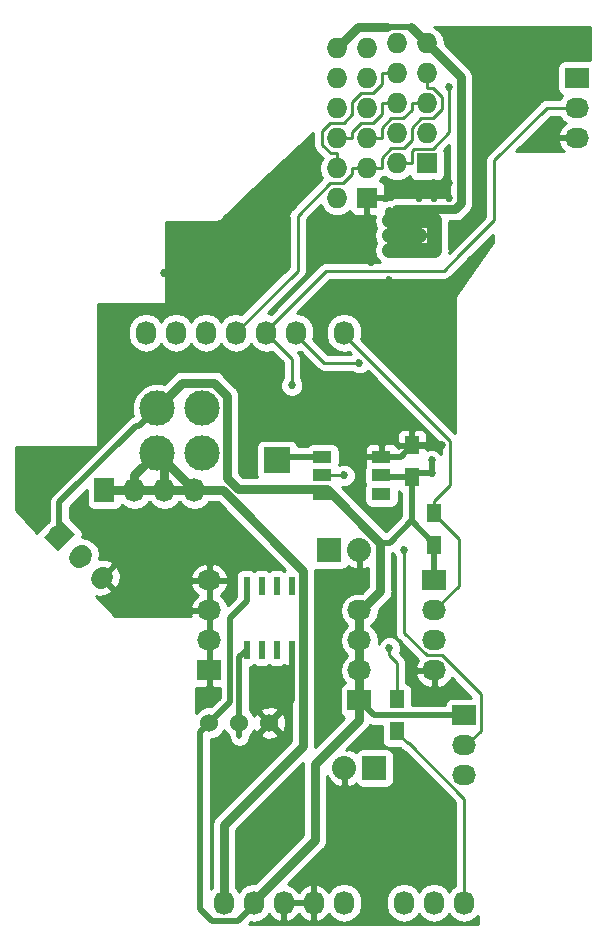
<source format=gtl>
G04 #@! TF.GenerationSoftware,KiCad,Pcbnew,5.0.2+dfsg1-1~bpo9+1*
G04 #@! TF.CreationDate,2019-11-08T21:31:29-05:00*
G04 #@! TF.ProjectId,uno,756e6f2e-6b69-4636-9164-5f7063625858,v1.0*
G04 #@! TF.SameCoordinates,Original*
G04 #@! TF.FileFunction,Copper,L1,Top*
G04 #@! TF.FilePolarity,Positive*
%FSLAX46Y46*%
G04 Gerber Fmt 4.6, Leading zero omitted, Abs format (unit mm)*
G04 Created by KiCad (PCBNEW 5.0.2+dfsg1-1~bpo9+1) date Fri 08 Nov 2019 09:31:29 PM EST*
%MOMM*%
%LPD*%
G01*
G04 APERTURE LIST*
G04 #@! TA.AperFunction,ComponentPad*
%ADD10O,2.032000X1.727200*%
G04 #@! TD*
G04 #@! TA.AperFunction,ComponentPad*
%ADD11R,2.032000X1.727200*%
G04 #@! TD*
G04 #@! TA.AperFunction,ComponentPad*
%ADD12O,1.727200X2.032000*%
G04 #@! TD*
G04 #@! TA.AperFunction,SMDPad,CuDef*
%ADD13R,1.600000X1.000000*%
G04 #@! TD*
G04 #@! TA.AperFunction,ComponentPad*
%ADD14R,1.727200X1.727200*%
G04 #@! TD*
G04 #@! TA.AperFunction,ComponentPad*
%ADD15O,1.727200X1.727200*%
G04 #@! TD*
G04 #@! TA.AperFunction,ComponentPad*
%ADD16C,2.999740*%
G04 #@! TD*
G04 #@! TA.AperFunction,ComponentPad*
%ADD17R,2.235200X2.235200*%
G04 #@! TD*
G04 #@! TA.AperFunction,ComponentPad*
%ADD18C,1.727200*%
G04 #@! TD*
G04 #@! TA.AperFunction,Conductor*
%ADD19C,1.727200*%
G04 #@! TD*
G04 #@! TA.AperFunction,Conductor*
%ADD20C,0.100000*%
G04 #@! TD*
G04 #@! TA.AperFunction,ComponentPad*
%ADD21C,1.524000*%
G04 #@! TD*
G04 #@! TA.AperFunction,SMDPad,CuDef*
%ADD22R,0.600000X1.550000*%
G04 #@! TD*
G04 #@! TA.AperFunction,SMDPad,CuDef*
%ADD23R,1.300000X1.500000*%
G04 #@! TD*
G04 #@! TA.AperFunction,ComponentPad*
%ADD24O,2.032000X2.032000*%
G04 #@! TD*
G04 #@! TA.AperFunction,ComponentPad*
%ADD25R,2.032000X2.032000*%
G04 #@! TD*
G04 #@! TA.AperFunction,ComponentPad*
%ADD26R,1.727200X2.032000*%
G04 #@! TD*
G04 #@! TA.AperFunction,ViaPad*
%ADD27C,0.685800*%
G04 #@! TD*
G04 #@! TA.AperFunction,Conductor*
%ADD28C,0.508000*%
G04 #@! TD*
G04 #@! TA.AperFunction,Conductor*
%ADD29C,0.254000*%
G04 #@! TD*
G04 #@! TA.AperFunction,Conductor*
%ADD30C,0.762000*%
G04 #@! TD*
G04 #@! TA.AperFunction,Conductor*
%ADD31C,1.270000*%
G04 #@! TD*
G04 APERTURE END LIST*
D10*
G04 #@! TO.P,P99,3*
G04 #@! TO.N,GND*
X76200000Y-97790000D03*
G04 #@! TO.P,P99,2*
G04 #@! TO.N,/D8*
X76200000Y-95250000D03*
D11*
G04 #@! TO.P,P99,1*
G04 #@! TO.N,+5V*
X76200000Y-92710000D03*
G04 #@! TD*
D12*
G04 #@! TO.P,U5,3V3*
G04 #@! TO.N,+3V3*
X55829200Y-108585000D03*
G04 #@! TO.P,U5,5V*
G04 #@! TO.N,+5V*
X58369200Y-108585000D03*
G04 #@! TO.P,U5,GND1*
G04 #@! TO.N,GND*
X60909200Y-108585000D03*
G04 #@! TO.P,U5,GND2*
X63449200Y-108585000D03*
G04 #@! TO.P,U5,VIN*
G04 #@! TO.N,VIN*
X65989200Y-108585000D03*
G04 #@! TO.P,U5,A0*
G04 #@! TO.N,/A0*
X71094600Y-108585000D03*
G04 #@! TO.P,U5,A1*
G04 #@! TO.N,/A1*
X73634600Y-108585000D03*
G04 #@! TO.P,U5,A2*
G04 #@! TO.N,/A2*
X76174600Y-108585000D03*
G04 #@! TO.P,U5,D7*
G04 #@! TO.N,/D7*
X66014600Y-60325000D03*
G04 #@! TO.P,U5,D13*
G04 #@! TO.N,/D13*
X49250600Y-60325000D03*
G04 #@! TO.P,U5,D12*
G04 #@! TO.N,/D12*
X51790600Y-60325000D03*
G04 #@! TO.P,U5,D11*
G04 #@! TO.N,/D11*
X54330600Y-60325000D03*
G04 #@! TO.P,U5,D8*
G04 #@! TO.N,/D8*
X61950600Y-60325000D03*
G04 #@! TO.P,U5,D9*
G04 #@! TO.N,/D9*
X59410600Y-60325000D03*
G04 #@! TO.P,U5,D10*
G04 #@! TO.N,/CS*
X56870600Y-60325000D03*
G04 #@! TD*
D10*
G04 #@! TO.P,P1,4*
G04 #@! TO.N,+5V*
X67310000Y-83820000D03*
G04 #@! TO.P,P1,3*
X67310000Y-86360000D03*
G04 #@! TO.P,P1,2*
X67310000Y-88900000D03*
D11*
G04 #@! TO.P,P1,1*
X67310000Y-91440000D03*
G04 #@! TD*
D13*
G04 #@! TO.P,LED1,4*
G04 #@! TO.N,N/C*
X69175000Y-73990000D03*
G04 #@! TO.P,LED1,5*
G04 #@! TO.N,+5V*
X69175000Y-72390000D03*
G04 #@! TO.P,LED1,6*
G04 #@! TO.N,GND*
X69175000Y-70790000D03*
G04 #@! TO.P,LED1,3*
G04 #@! TO.N,+5V*
X64175000Y-73990000D03*
G04 #@! TO.P,LED1,2*
G04 #@! TO.N,Net-(LED1-Pad2)*
X64175000Y-72390000D03*
G04 #@! TO.P,LED1,1*
G04 #@! TO.N,/UNUSED*
X64175000Y-70790000D03*
G04 #@! TD*
D14*
G04 #@! TO.P,P2,1*
G04 #@! TO.N,/CLKOUT*
X73025000Y-45974000D03*
D15*
G04 #@! TO.P,P2,2*
G04 #@! TO.N,/INT*
X70485000Y-45974000D03*
G04 #@! TO.P,P2,3*
G04 #@! TO.N,/WOL*
X73025000Y-43434000D03*
G04 #@! TO.P,P2,4*
G04 #@! TO.N,/D12*
X70485000Y-43434000D03*
G04 #@! TO.P,P2,5*
G04 #@! TO.N,/D11*
X73025000Y-40894000D03*
G04 #@! TO.P,P2,6*
G04 #@! TO.N,/D13*
X70485000Y-40894000D03*
G04 #@! TO.P,P2,7*
G04 #@! TO.N,/CS*
X73025000Y-38354000D03*
G04 #@! TO.P,P2,8*
G04 #@! TO.N,/RST*
X70485000Y-38354000D03*
G04 #@! TO.P,P2,9*
G04 #@! TO.N,/VCC_Branch*
X73025000Y-35814000D03*
G04 #@! TO.P,P2,10*
G04 #@! TO.N,GND*
X70485000Y-35814000D03*
G04 #@! TD*
D16*
G04 #@! TO.P,P3,1*
G04 #@! TO.N,+3V3*
X50165000Y-70485000D03*
G04 #@! TO.P,P3,2*
G04 #@! TO.N,/VCC_Branch*
X53975000Y-70485000D03*
G04 #@! TD*
G04 #@! TO.P,P4,2*
G04 #@! TO.N,/VCC_Branch*
X53975000Y-66675000D03*
G04 #@! TO.P,P4,1*
G04 #@! TO.N,+5V*
X50165000Y-66675000D03*
G04 #@! TD*
D11*
G04 #@! TO.P,P5,1*
G04 #@! TO.N,GND*
X54610000Y-88900000D03*
D10*
G04 #@! TO.P,P5,2*
X54610000Y-86360000D03*
G04 #@! TO.P,P5,3*
X54610000Y-83820000D03*
G04 #@! TO.P,P5,4*
X54610000Y-81280000D03*
G04 #@! TD*
D17*
G04 #@! TO.P,P6,1*
G04 #@! TO.N,/UNUSED*
X60325000Y-71120000D03*
G04 #@! TD*
D14*
G04 #@! TO.P,P7,1*
G04 #@! TO.N,GND*
X67945000Y-48895000D03*
D15*
G04 #@! TO.P,P7,2*
G04 #@! TO.N,/Q3*
X65405000Y-48895000D03*
G04 #@! TO.P,P7,3*
G04 #@! TO.N,/CS*
X67945000Y-46355000D03*
G04 #@! TO.P,P7,4*
G04 #@! TO.N,/RST*
X65405000Y-46355000D03*
G04 #@! TO.P,P7,5*
G04 #@! TO.N,/D11*
X67945000Y-43815000D03*
G04 #@! TO.P,P7,6*
G04 #@! TO.N,/D13*
X65405000Y-43815000D03*
G04 #@! TO.P,P7,7*
G04 #@! TO.N,/WOL*
X67945000Y-41275000D03*
G04 #@! TO.P,P7,8*
G04 #@! TO.N,/D12*
X65405000Y-41275000D03*
G04 #@! TO.P,P7,9*
G04 #@! TO.N,/CLKOUT*
X67945000Y-38735000D03*
G04 #@! TO.P,P7,10*
G04 #@! TO.N,/INT*
X65405000Y-38735000D03*
G04 #@! TO.P,P7,11*
G04 #@! TO.N,GND*
X67945000Y-36195000D03*
G04 #@! TO.P,P7,12*
G04 #@! TO.N,/VCC_Branch*
X65405000Y-36195000D03*
G04 #@! TD*
D18*
G04 #@! TO.P,P8,3*
G04 #@! TO.N,GND*
X45502102Y-81062102D03*
D19*
G04 #@! TD*
G04 #@! TO.N,GND*
G04 #@! TO.C,P8*
X45394339Y-81169865D02*
X45609865Y-80954339D01*
D18*
G04 #@! TO.P,P8,2*
G04 #@! TO.N,/D8*
X43706051Y-79266051D03*
D19*
G04 #@! TD*
G04 #@! TO.N,/D8*
G04 #@! TO.C,P8*
X43598288Y-79373814D02*
X43813814Y-79158288D01*
D18*
G04 #@! TO.P,P8,1*
G04 #@! TO.N,+5V*
X41910000Y-77470000D03*
D20*
G04 #@! TD*
G04 #@! TO.N,+5V*
G04 #@! TO.C,P8*
G36*
X41802237Y-78799078D02*
X40580922Y-77577763D01*
X42017763Y-76140922D01*
X43239078Y-77362237D01*
X41802237Y-78799078D01*
X41802237Y-78799078D01*
G37*
D11*
G04 #@! TO.P,P98,1*
G04 #@! TO.N,+5V*
X85725000Y-38735000D03*
D10*
G04 #@! TO.P,P98,2*
G04 #@! TO.N,/D9*
X85725000Y-41275000D03*
G04 #@! TO.P,P98,3*
G04 #@! TO.N,GND*
X85725000Y-43815000D03*
G04 #@! TD*
D21*
G04 #@! TO.P,P10,2*
G04 #@! TO.N,/A0*
X57150000Y-93345000D03*
G04 #@! TO.P,P10,3*
G04 #@! TO.N,GND*
X59690000Y-93345000D03*
G04 #@! TO.P,P10,1*
G04 #@! TO.N,+5V*
X54610000Y-93345000D03*
G04 #@! TD*
D22*
G04 #@! TO.P,U6,1*
G04 #@! TO.N,/A0*
X57785000Y-87155000D03*
G04 #@! TO.P,U6,2*
G04 #@! TO.N,Net-(U6-Pad2)*
X59055000Y-87155000D03*
G04 #@! TO.P,U6,3*
G04 #@! TO.N,Net-(U6-Pad3)*
X60325000Y-87155000D03*
G04 #@! TO.P,U6,4*
G04 #@! TO.N,GND*
X61595000Y-87155000D03*
G04 #@! TO.P,U6,5*
G04 #@! TO.N,Net-(U6-Pad5)*
X61595000Y-81755000D03*
G04 #@! TO.P,U6,6*
G04 #@! TO.N,Net-(U6-Pad6)*
X60325000Y-81755000D03*
G04 #@! TO.P,U6,7*
G04 #@! TO.N,Net-(U6-Pad7)*
X59055000Y-81755000D03*
G04 #@! TO.P,U6,8*
G04 #@! TO.N,+5V*
X57785000Y-81755000D03*
G04 #@! TD*
D23*
G04 #@! TO.P,C1,2*
G04 #@! TO.N,GND*
X71755000Y-69850000D03*
G04 #@! TO.P,C1,1*
G04 #@! TO.N,+5V*
X71755000Y-72550000D03*
G04 #@! TD*
G04 #@! TO.P,R1,1*
G04 #@! TO.N,/A2*
X70485000Y-94060000D03*
G04 #@! TO.P,R1,2*
G04 #@! TO.N,Net-(LED1-Pad2)*
X70485000Y-91360000D03*
G04 #@! TD*
D24*
G04 #@! TO.P,P11,2*
G04 #@! TO.N,GND*
X66040000Y-97155000D03*
D25*
G04 #@! TO.P,P11,1*
G04 #@! TO.N,/A1*
X68580000Y-97155000D03*
G04 #@! TD*
G04 #@! TO.P,P12,1*
G04 #@! TO.N,/D9*
X64770000Y-78740000D03*
D24*
G04 #@! TO.P,P12,2*
G04 #@! TO.N,GND*
X67310000Y-78740000D03*
G04 #@! TD*
D11*
G04 #@! TO.P,P14,1*
G04 #@! TO.N,+5V*
X73660000Y-81280000D03*
D10*
G04 #@! TO.P,P14,2*
G04 #@! TO.N,/D7*
X73660000Y-83820000D03*
G04 #@! TO.P,P14,3*
G04 #@! TO.N,Net-(P14-Pad3)*
X73660000Y-86360000D03*
G04 #@! TO.P,P14,4*
G04 #@! TO.N,GND*
X73660000Y-88900000D03*
G04 #@! TD*
D23*
G04 #@! TO.P,R2,1*
G04 #@! TO.N,+5V*
X73660000Y-78265000D03*
G04 #@! TO.P,R2,2*
G04 #@! TO.N,/D7*
X73660000Y-75565000D03*
G04 #@! TD*
D26*
G04 #@! TO.P,P15,1*
G04 #@! TO.N,+3V3*
X45720000Y-73660000D03*
D12*
G04 #@! TO.P,P15,2*
X48260000Y-73660000D03*
G04 #@! TO.P,P15,3*
X50800000Y-73660000D03*
G04 #@! TO.P,P15,4*
X53340000Y-73660000D03*
G04 #@! TD*
D27*
G04 #@! TO.N,GND*
X77470000Y-48895000D03*
X77470000Y-47625000D03*
X77470000Y-50165000D03*
X69850000Y-55880000D03*
X68580000Y-57785000D03*
X70485000Y-59055000D03*
X69215000Y-60960000D03*
X60960000Y-49530000D03*
X62230000Y-48260000D03*
X63500000Y-46990000D03*
X80010000Y-40640000D03*
X78740000Y-41910000D03*
X77470000Y-43180000D03*
X74930000Y-47625000D03*
X74930000Y-48895000D03*
X72390000Y-48895000D03*
X73660000Y-48895000D03*
X73660000Y-47625000D03*
X50800000Y-81915000D03*
X50800000Y-80645000D03*
X50800000Y-79375000D03*
X50800000Y-76835000D03*
X52070000Y-78105000D03*
X50800000Y-78105000D03*
X49530000Y-78105000D03*
X59690000Y-102870000D03*
X58420000Y-102870000D03*
X57150000Y-102870000D03*
X66040000Y-102870000D03*
X66040000Y-101600000D03*
X66040000Y-100330000D03*
X74930000Y-101600000D03*
X73660000Y-102870000D03*
X72390000Y-104140000D03*
X50800000Y-55245000D03*
X59055000Y-55880000D03*
X68326000Y-54356000D03*
X63246000Y-51308000D03*
X74295000Y-69850000D03*
G04 #@! TO.N,+5V*
X73444100Y-71120000D03*
X73444100Y-72174100D03*
G04 #@! TO.N,/VCC_Branch*
X69850000Y-53340000D03*
X71120000Y-53340000D03*
X72390000Y-53340000D03*
X73660000Y-53340000D03*
X73660000Y-52070000D03*
X72390000Y-52070000D03*
X71120000Y-52070000D03*
X69850000Y-52070000D03*
X73660000Y-50800000D03*
X72390000Y-50800000D03*
X71120000Y-50800000D03*
X69850000Y-50800000D03*
G04 #@! TO.N,/INT*
X74922400Y-39543800D03*
G04 #@! TO.N,/D8*
X67310000Y-62865000D03*
X71120000Y-78740000D03*
G04 #@! TO.N,/D9*
X61595000Y-64770000D03*
G04 #@! TO.N,Net-(LED1-Pad2)*
X66040000Y-72390000D03*
X69850000Y-86995000D03*
G04 #@! TD*
D28*
G04 #@! TO.N,GND*
X59055000Y-55880000D02*
X51435000Y-55880000D01*
X51435000Y-55880000D02*
X50800000Y-55245000D01*
X63246000Y-51308000D02*
X65278000Y-51308000D01*
X65278000Y-51308000D02*
X68326000Y-54356000D01*
X71755000Y-69850000D02*
X74295000Y-69850000D01*
X69175000Y-70790000D02*
X70815000Y-70790000D01*
X70815000Y-70790000D02*
X71755000Y-69850000D01*
X59690000Y-93345000D02*
X61595000Y-91440000D01*
X61595000Y-91440000D02*
X61595000Y-87155000D01*
D29*
G04 #@! TO.N,+5V*
X63710000Y-73525000D02*
X64175000Y-73990000D01*
D30*
X63710000Y-73525000D02*
X57019900Y-73525000D01*
X57019900Y-73525000D02*
X56109900Y-72615000D01*
X56109900Y-72615000D02*
X56109900Y-65650300D01*
X56109900Y-65650300D02*
X54999700Y-64540100D01*
X54999700Y-64540100D02*
X52299900Y-64540100D01*
X52299900Y-64540100D02*
X50165000Y-66675000D01*
X69088000Y-78074500D02*
X64538500Y-73525000D01*
X64538500Y-73525000D02*
X63710000Y-73525000D01*
X67310000Y-86360000D02*
X67310000Y-83820000D01*
X67310000Y-88900000D02*
X67310000Y-86360000D01*
X67310000Y-91440000D02*
X67310000Y-88900000D01*
D28*
X69088000Y-78074500D02*
X69880500Y-78074500D01*
X69880500Y-78074500D02*
X71755000Y-76200000D01*
X73444100Y-72174100D02*
X72130900Y-72174100D01*
X72130900Y-72174100D02*
X71755000Y-72550000D01*
X73444100Y-71120000D02*
X73444100Y-72174100D01*
X76200000Y-92710000D02*
X68580000Y-92710000D01*
X68580000Y-92710000D02*
X67310000Y-91440000D01*
X54610000Y-93345000D02*
X56388000Y-91567000D01*
X56388000Y-91567000D02*
X56388000Y-84435000D01*
X56388000Y-84435000D02*
X57785000Y-83038000D01*
X57785000Y-83038000D02*
X57785000Y-81755000D01*
X58369200Y-108585000D02*
X58369200Y-108737000D01*
X58369200Y-108737000D02*
X56997600Y-110109000D01*
X56997600Y-110109000D02*
X54864000Y-110109000D01*
X54864000Y-110109000D02*
X53848000Y-109093000D01*
X53848000Y-109093000D02*
X53848000Y-94107000D01*
X53848000Y-94107000D02*
X54610000Y-93345000D01*
X50165000Y-66675000D02*
X48665100Y-68174900D01*
X48665100Y-68174900D02*
X48411100Y-68174900D01*
X48411100Y-68174900D02*
X41910000Y-74676000D01*
X41910000Y-74676000D02*
X41910000Y-77470000D01*
X73660000Y-78265000D02*
X73660000Y-78165000D01*
X73660000Y-78165000D02*
X71755000Y-76260000D01*
X71755000Y-76260000D02*
X71755000Y-76200000D01*
X71755000Y-76200000D02*
X71755000Y-72550000D01*
X73660000Y-81280000D02*
X73660000Y-78265000D01*
D30*
X67310000Y-83820000D02*
X67462400Y-83820000D01*
X67462400Y-83820000D02*
X69088000Y-82194400D01*
X69088000Y-82194400D02*
X69088000Y-78074500D01*
X58369200Y-108585000D02*
X58369200Y-108433000D01*
X58369200Y-108433000D02*
X63546000Y-103256000D01*
X63546000Y-103256000D02*
X63546000Y-96829600D01*
X63546000Y-96829600D02*
X67310000Y-93065600D01*
X67310000Y-93065600D02*
X67310000Y-91440000D01*
D28*
X71755000Y-72550000D02*
X69335000Y-72550000D01*
X69335000Y-72550000D02*
X69175000Y-72390000D01*
G04 #@! TO.N,/UNUSED*
X64175000Y-70790000D02*
X60655000Y-70790000D01*
X60655000Y-70790000D02*
X60325000Y-71120000D01*
D29*
G04 #@! TO.N,/VCC_Branch*
X70446900Y-49872900D02*
X69964800Y-49872900D01*
X69964800Y-49872900D02*
X69850000Y-49987700D01*
D30*
X70446900Y-49872900D02*
X75399400Y-49872900D01*
X75399400Y-49872900D02*
X75907900Y-49364400D01*
X75907900Y-49364400D02*
X75907900Y-38696900D01*
X75907900Y-38696900D02*
X73025000Y-35814000D01*
D31*
X72390000Y-50800000D02*
X73660000Y-50800000D01*
X71120000Y-53340000D02*
X69850000Y-53340000D01*
X72390000Y-53340000D02*
X71120000Y-53340000D01*
X73660000Y-53340000D02*
X72390000Y-53340000D01*
X73660000Y-52070000D02*
X73660000Y-53340000D01*
X73660000Y-50800000D02*
X73660000Y-52070000D01*
X71120000Y-52070000D02*
X72390000Y-52070000D01*
X69850000Y-52070000D02*
X71120000Y-52070000D01*
X71120000Y-50800000D02*
X72390000Y-50800000D01*
X69850000Y-50800000D02*
X71120000Y-50800000D01*
D30*
X73025000Y-35814000D02*
X71653400Y-34442400D01*
D28*
X71653400Y-34442400D02*
X69638700Y-34442400D01*
D30*
X65405000Y-36195000D02*
X67157600Y-34442400D01*
X67157600Y-34442400D02*
X69638700Y-34442400D01*
X69850000Y-50800000D02*
X69850000Y-49987700D01*
D29*
G04 #@! TO.N,/RST*
X65405000Y-46355000D02*
X65405000Y-45110100D01*
X70485000Y-38354000D02*
X69240100Y-38354000D01*
X69240100Y-38354000D02*
X69240100Y-39209900D01*
X69240100Y-39209900D02*
X68445000Y-40005000D01*
X68445000Y-40005000D02*
X67446100Y-40005000D01*
X67446100Y-40005000D02*
X66700000Y-40751100D01*
X66700000Y-40751100D02*
X66700000Y-41829900D01*
X66700000Y-41829900D02*
X65984900Y-42545000D01*
X65984900Y-42545000D02*
X64844300Y-42545000D01*
X64844300Y-42545000D02*
X64152600Y-43236700D01*
X64152600Y-43236700D02*
X64152600Y-44373500D01*
X64152600Y-44373500D02*
X64889200Y-45110100D01*
X64889200Y-45110100D02*
X65405000Y-45110100D01*
G04 #@! TO.N,/CS*
X67945000Y-46355000D02*
X66700100Y-46355000D01*
X56870600Y-60248800D02*
X62073000Y-55046400D01*
X62073000Y-55046400D02*
X62073000Y-50398600D01*
X62073000Y-50398600D02*
X64846600Y-47625000D01*
X64846600Y-47625000D02*
X65945900Y-47625000D01*
X65945900Y-47625000D02*
X66700100Y-46870800D01*
X66700100Y-46870800D02*
X66700100Y-46355000D01*
D28*
X56870600Y-60248800D02*
X56870600Y-60172600D01*
X56870600Y-60325000D02*
X56870600Y-60248800D01*
D29*
X67945000Y-46355000D02*
X69189900Y-46355000D01*
X73025000Y-38354000D02*
X73025000Y-39598900D01*
X69189900Y-46355000D02*
X69189900Y-45499100D01*
X69189900Y-45499100D02*
X70010000Y-44679000D01*
X70010000Y-44679000D02*
X71061400Y-44679000D01*
X71061400Y-44679000D02*
X71755000Y-43985400D01*
X71755000Y-43985400D02*
X71755000Y-42941800D01*
X71755000Y-42941800D02*
X72532800Y-42164000D01*
X72532800Y-42164000D02*
X73560100Y-42164000D01*
X73560100Y-42164000D02*
X74320000Y-41404100D01*
X74320000Y-41404100D02*
X74320000Y-40378100D01*
X74320000Y-40378100D02*
X73540800Y-39598900D01*
X73540800Y-39598900D02*
X73025000Y-39598900D01*
G04 #@! TO.N,/D13*
X70485000Y-40894000D02*
X69240100Y-40894000D01*
X65405000Y-43815000D02*
X66649900Y-43815000D01*
X66649900Y-43815000D02*
X66649900Y-43348100D01*
X66649900Y-43348100D02*
X67427900Y-42570100D01*
X67427900Y-42570100D02*
X68444300Y-42570100D01*
X68444300Y-42570100D02*
X69240100Y-41774300D01*
X69240100Y-41774300D02*
X69240100Y-40894000D01*
G04 #@! TO.N,/D11*
X73025000Y-40894000D02*
X71780100Y-40894000D01*
X67945000Y-43815000D02*
X69189900Y-43815000D01*
X69189900Y-43815000D02*
X69189900Y-42959100D01*
X69189900Y-42959100D02*
X69985000Y-42164000D01*
X69985000Y-42164000D02*
X71025900Y-42164000D01*
X71025900Y-42164000D02*
X71780100Y-41409800D01*
X71780100Y-41409800D02*
X71780100Y-40894000D01*
G04 #@! TO.N,/INT*
X70485000Y-45974000D02*
X71729900Y-45974000D01*
X74922400Y-39543800D02*
X74922400Y-43321500D01*
X74922400Y-43321500D02*
X73514900Y-44729000D01*
X73514900Y-44729000D02*
X71947500Y-44729000D01*
X71947500Y-44729000D02*
X71729900Y-44946600D01*
X71729900Y-44946600D02*
X71729900Y-45974000D01*
D30*
G04 #@! TO.N,+3V3*
X53340000Y-73660000D02*
X50800000Y-73660000D01*
X55829200Y-108433000D02*
X55829200Y-101981000D01*
X55829200Y-101981000D02*
X62530000Y-95280200D01*
X62530000Y-95280200D02*
X62530000Y-80472000D01*
X62530000Y-80472000D02*
X55718000Y-73660000D01*
X55718000Y-73660000D02*
X53340000Y-73660000D01*
X55829200Y-108585000D02*
X55829200Y-108433000D01*
X50800000Y-71120000D02*
X50165000Y-70485000D01*
X53340000Y-73660000D02*
X50800000Y-71120000D01*
X50800000Y-73660000D02*
X48260000Y-73660000D01*
X48260000Y-73660000D02*
X48260000Y-72390000D01*
X48260000Y-72390000D02*
X50165000Y-70485000D01*
X50800000Y-73660000D02*
X50800000Y-71120000D01*
X50800000Y-71120000D02*
X50165000Y-70485000D01*
X45720000Y-73660000D02*
X45720000Y-73507600D01*
X48260000Y-73660000D02*
X45720000Y-73660000D01*
D28*
X55829200Y-108585000D02*
X55829200Y-108433000D01*
G04 #@! TO.N,/A0*
X71094600Y-108585000D02*
X71094600Y-108433000D01*
X57150000Y-94488000D02*
X57150000Y-93345000D01*
X57150000Y-93345000D02*
X57150000Y-87790000D01*
X57150000Y-87790000D02*
X57785000Y-87155000D01*
X57124600Y-93370400D02*
X57150000Y-93345000D01*
G04 #@! TO.N,/A1*
X73634600Y-108585000D02*
X73634600Y-107925000D01*
D29*
G04 #@! TO.N,/A2*
X76174600Y-108585000D02*
X76174600Y-99749600D01*
X76174600Y-99749600D02*
X71489000Y-95064000D01*
X71489000Y-95064000D02*
X71389000Y-95064000D01*
X71389000Y-95064000D02*
X70485000Y-94160000D01*
X70485000Y-94160000D02*
X70485000Y-94060000D01*
G04 #@! TO.N,/D7*
X73660000Y-75565000D02*
X73660000Y-74561000D01*
X73660000Y-74561000D02*
X75018900Y-73202100D01*
X75018900Y-73202100D02*
X75018900Y-69481700D01*
X75018900Y-69481700D02*
X66014600Y-60477400D01*
X66014600Y-60477400D02*
X66014600Y-60325000D01*
X73660000Y-83820000D02*
X75742800Y-81737200D01*
X75742800Y-81737200D02*
X75742800Y-77747800D01*
X75742800Y-77747800D02*
X73660000Y-75665000D01*
X73660000Y-75665000D02*
X73660000Y-75565000D01*
X66014600Y-60172600D02*
X66014600Y-60325000D01*
G04 #@! TO.N,/D8*
X67310000Y-62865000D02*
X64338200Y-62865000D01*
X64338200Y-62865000D02*
X61950600Y-60477400D01*
X61950600Y-60477400D02*
X61950600Y-60325000D01*
X76200000Y-95250000D02*
X76352400Y-95250000D01*
X76352400Y-95250000D02*
X77597000Y-94005400D01*
X77597000Y-94005400D02*
X77597000Y-90924500D01*
X77597000Y-90924500D02*
X74277200Y-87604600D01*
X74277200Y-87604600D02*
X72992100Y-87604600D01*
X72992100Y-87604600D02*
X71120000Y-85732500D01*
X71120000Y-85732500D02*
X71120000Y-78740000D01*
G04 #@! TO.N,/D9*
X85572600Y-41275000D02*
X85725000Y-41275000D01*
X59410600Y-60325000D02*
X59410600Y-60172600D01*
X59410600Y-60172600D02*
X64503300Y-55079900D01*
X64503300Y-55079900D02*
X74448500Y-55079900D01*
X74448500Y-55079900D02*
X75849900Y-53678500D01*
X75849900Y-53678500D02*
X75861500Y-53678500D01*
X75861500Y-53678500D02*
X78740000Y-50800000D01*
X78740000Y-50800000D02*
X78740000Y-45708400D01*
X78740000Y-45708400D02*
X83173400Y-41275000D01*
X83173400Y-41275000D02*
X85572600Y-41275000D01*
X61595000Y-64770000D02*
X61595000Y-62509400D01*
X61595000Y-62509400D02*
X59410600Y-60325000D01*
D28*
X85725000Y-41275000D02*
X85572600Y-41275000D01*
D29*
G04 #@! TO.N,Net-(LED1-Pad2)*
X66040000Y-72390000D02*
X64175000Y-72390000D01*
X70485000Y-91360000D02*
X70485000Y-88265000D01*
X70485000Y-88265000D02*
X69850000Y-87630000D01*
X69850000Y-87630000D02*
X69850000Y-86995000D01*
G04 #@! TD*
G04 #@! TO.N,GND*
G36*
X68233130Y-93547419D02*
X68492444Y-93599000D01*
X68492448Y-93599000D01*
X68579999Y-93616415D01*
X68667550Y-93599000D01*
X69187560Y-93599000D01*
X69187560Y-94810000D01*
X69236843Y-95057765D01*
X69377191Y-95267809D01*
X69587235Y-95408157D01*
X69835000Y-95457440D01*
X70704809Y-95457440D01*
X70797117Y-95549748D01*
X70839629Y-95613371D01*
X70903251Y-95655882D01*
X70934291Y-95676622D01*
X71091683Y-95781788D01*
X71138463Y-95791093D01*
X75412601Y-100065232D01*
X75412600Y-107139401D01*
X75094170Y-107352170D01*
X74904600Y-107635881D01*
X74715030Y-107352170D01*
X74219324Y-107020950D01*
X73634600Y-106904641D01*
X73049875Y-107020950D01*
X72554170Y-107352170D01*
X72364600Y-107635881D01*
X72175030Y-107352170D01*
X71679324Y-107020950D01*
X71094600Y-106904641D01*
X70509875Y-107020950D01*
X70014170Y-107352170D01*
X69682950Y-107847876D01*
X69596000Y-108285003D01*
X69596000Y-108884998D01*
X69682950Y-109322125D01*
X70014170Y-109817830D01*
X70509876Y-110149050D01*
X71094600Y-110265359D01*
X71679325Y-110149050D01*
X72175030Y-109817830D01*
X72364600Y-109534119D01*
X72554170Y-109817830D01*
X73049876Y-110149050D01*
X73634600Y-110265359D01*
X74219325Y-110149050D01*
X74715030Y-109817830D01*
X74904600Y-109534119D01*
X75094170Y-109817830D01*
X75589876Y-110149050D01*
X76174600Y-110265359D01*
X76759325Y-110149050D01*
X77255030Y-109817830D01*
X77343000Y-109686173D01*
X77343000Y-110363000D01*
X58000726Y-110363000D01*
X58143266Y-110220418D01*
X58369200Y-110265359D01*
X58953925Y-110149050D01*
X59449630Y-109817830D01*
X59643109Y-109528267D01*
X60007164Y-109935732D01*
X60534409Y-110189709D01*
X60550174Y-110192358D01*
X60782200Y-110071217D01*
X60782200Y-108712000D01*
X61036200Y-108712000D01*
X61036200Y-110071217D01*
X61268226Y-110192358D01*
X61283991Y-110189709D01*
X61811236Y-109935732D01*
X62179200Y-109523892D01*
X62547164Y-109935732D01*
X63074409Y-110189709D01*
X63090174Y-110192358D01*
X63322200Y-110071217D01*
X63322200Y-108712000D01*
X61036200Y-108712000D01*
X60782200Y-108712000D01*
X60762200Y-108712000D01*
X60762200Y-108458000D01*
X60782200Y-108458000D01*
X60782200Y-108438000D01*
X61036200Y-108438000D01*
X61036200Y-108458000D01*
X63322200Y-108458000D01*
X63322200Y-107098783D01*
X63576200Y-107098783D01*
X63576200Y-108458000D01*
X63596200Y-108458000D01*
X63596200Y-108712000D01*
X63576200Y-108712000D01*
X63576200Y-110071217D01*
X63808226Y-110192358D01*
X63823991Y-110189709D01*
X64351236Y-109935732D01*
X64715290Y-109528268D01*
X64908770Y-109817830D01*
X65404476Y-110149050D01*
X65989200Y-110265359D01*
X66573925Y-110149050D01*
X67069630Y-109817830D01*
X67400850Y-109322124D01*
X67487800Y-108884997D01*
X67487800Y-108285002D01*
X67400850Y-107847875D01*
X67069630Y-107352170D01*
X66573924Y-107020950D01*
X65989200Y-106904641D01*
X65404475Y-107020950D01*
X64908770Y-107352170D01*
X64715291Y-107641733D01*
X64351236Y-107234268D01*
X63823991Y-106980291D01*
X63808226Y-106977642D01*
X63576200Y-107098783D01*
X63322200Y-107098783D01*
X63090174Y-106977642D01*
X63074409Y-106980291D01*
X62547164Y-107234268D01*
X62179200Y-107646108D01*
X61811236Y-107234268D01*
X61283991Y-106980291D01*
X61268226Y-106977642D01*
X61253764Y-106985192D01*
X64193671Y-104045172D01*
X64278495Y-103988495D01*
X64335184Y-103903654D01*
X64335189Y-103903649D01*
X64383246Y-103831724D01*
X64503051Y-103652423D01*
X64503053Y-103652414D01*
X64503058Y-103652406D01*
X64541240Y-103460433D01*
X64562000Y-103356065D01*
X64562000Y-103356055D01*
X64581904Y-103255981D01*
X64562000Y-103155928D01*
X64562000Y-97816692D01*
X64702812Y-98123379D01*
X65175182Y-98561385D01*
X65657056Y-98760975D01*
X65913000Y-98641836D01*
X65913000Y-97282000D01*
X65893000Y-97282000D01*
X65893000Y-97028000D01*
X65913000Y-97028000D01*
X65913000Y-97008000D01*
X66167000Y-97008000D01*
X66167000Y-97028000D01*
X66187000Y-97028000D01*
X66187000Y-97282000D01*
X66167000Y-97282000D01*
X66167000Y-98641836D01*
X66422944Y-98760975D01*
X66904818Y-98561385D01*
X67001338Y-98471887D01*
X67106191Y-98628809D01*
X67316235Y-98769157D01*
X67564000Y-98818440D01*
X69596000Y-98818440D01*
X69843765Y-98769157D01*
X70053809Y-98628809D01*
X70194157Y-98418765D01*
X70243440Y-98171000D01*
X70243440Y-96139000D01*
X70194157Y-95891235D01*
X70053809Y-95681191D01*
X69843765Y-95540843D01*
X69596000Y-95491560D01*
X67564000Y-95491560D01*
X67316235Y-95540843D01*
X67106191Y-95681191D01*
X67001338Y-95838113D01*
X66904818Y-95748615D01*
X66422944Y-95549025D01*
X66167002Y-95668163D01*
X66167002Y-95645438D01*
X67957664Y-93854777D01*
X68042495Y-93798095D01*
X68217133Y-93536730D01*
X68233130Y-93547419D01*
X68233130Y-93547419D01*
G37*
X68233130Y-93547419D02*
X68492444Y-93599000D01*
X68492448Y-93599000D01*
X68579999Y-93616415D01*
X68667550Y-93599000D01*
X69187560Y-93599000D01*
X69187560Y-94810000D01*
X69236843Y-95057765D01*
X69377191Y-95267809D01*
X69587235Y-95408157D01*
X69835000Y-95457440D01*
X70704809Y-95457440D01*
X70797117Y-95549748D01*
X70839629Y-95613371D01*
X70903251Y-95655882D01*
X70934291Y-95676622D01*
X71091683Y-95781788D01*
X71138463Y-95791093D01*
X75412601Y-100065232D01*
X75412600Y-107139401D01*
X75094170Y-107352170D01*
X74904600Y-107635881D01*
X74715030Y-107352170D01*
X74219324Y-107020950D01*
X73634600Y-106904641D01*
X73049875Y-107020950D01*
X72554170Y-107352170D01*
X72364600Y-107635881D01*
X72175030Y-107352170D01*
X71679324Y-107020950D01*
X71094600Y-106904641D01*
X70509875Y-107020950D01*
X70014170Y-107352170D01*
X69682950Y-107847876D01*
X69596000Y-108285003D01*
X69596000Y-108884998D01*
X69682950Y-109322125D01*
X70014170Y-109817830D01*
X70509876Y-110149050D01*
X71094600Y-110265359D01*
X71679325Y-110149050D01*
X72175030Y-109817830D01*
X72364600Y-109534119D01*
X72554170Y-109817830D01*
X73049876Y-110149050D01*
X73634600Y-110265359D01*
X74219325Y-110149050D01*
X74715030Y-109817830D01*
X74904600Y-109534119D01*
X75094170Y-109817830D01*
X75589876Y-110149050D01*
X76174600Y-110265359D01*
X76759325Y-110149050D01*
X77255030Y-109817830D01*
X77343000Y-109686173D01*
X77343000Y-110363000D01*
X58000726Y-110363000D01*
X58143266Y-110220418D01*
X58369200Y-110265359D01*
X58953925Y-110149050D01*
X59449630Y-109817830D01*
X59643109Y-109528267D01*
X60007164Y-109935732D01*
X60534409Y-110189709D01*
X60550174Y-110192358D01*
X60782200Y-110071217D01*
X60782200Y-108712000D01*
X61036200Y-108712000D01*
X61036200Y-110071217D01*
X61268226Y-110192358D01*
X61283991Y-110189709D01*
X61811236Y-109935732D01*
X62179200Y-109523892D01*
X62547164Y-109935732D01*
X63074409Y-110189709D01*
X63090174Y-110192358D01*
X63322200Y-110071217D01*
X63322200Y-108712000D01*
X61036200Y-108712000D01*
X60782200Y-108712000D01*
X60762200Y-108712000D01*
X60762200Y-108458000D01*
X60782200Y-108458000D01*
X60782200Y-108438000D01*
X61036200Y-108438000D01*
X61036200Y-108458000D01*
X63322200Y-108458000D01*
X63322200Y-107098783D01*
X63576200Y-107098783D01*
X63576200Y-108458000D01*
X63596200Y-108458000D01*
X63596200Y-108712000D01*
X63576200Y-108712000D01*
X63576200Y-110071217D01*
X63808226Y-110192358D01*
X63823991Y-110189709D01*
X64351236Y-109935732D01*
X64715290Y-109528268D01*
X64908770Y-109817830D01*
X65404476Y-110149050D01*
X65989200Y-110265359D01*
X66573925Y-110149050D01*
X67069630Y-109817830D01*
X67400850Y-109322124D01*
X67487800Y-108884997D01*
X67487800Y-108285002D01*
X67400850Y-107847875D01*
X67069630Y-107352170D01*
X66573924Y-107020950D01*
X65989200Y-106904641D01*
X65404475Y-107020950D01*
X64908770Y-107352170D01*
X64715291Y-107641733D01*
X64351236Y-107234268D01*
X63823991Y-106980291D01*
X63808226Y-106977642D01*
X63576200Y-107098783D01*
X63322200Y-107098783D01*
X63090174Y-106977642D01*
X63074409Y-106980291D01*
X62547164Y-107234268D01*
X62179200Y-107646108D01*
X61811236Y-107234268D01*
X61283991Y-106980291D01*
X61268226Y-106977642D01*
X61253764Y-106985192D01*
X64193671Y-104045172D01*
X64278495Y-103988495D01*
X64335184Y-103903654D01*
X64335189Y-103903649D01*
X64383246Y-103831724D01*
X64503051Y-103652423D01*
X64503053Y-103652414D01*
X64503058Y-103652406D01*
X64541240Y-103460433D01*
X64562000Y-103356065D01*
X64562000Y-103356055D01*
X64581904Y-103255981D01*
X64562000Y-103155928D01*
X64562000Y-97816692D01*
X64702812Y-98123379D01*
X65175182Y-98561385D01*
X65657056Y-98760975D01*
X65913000Y-98641836D01*
X65913000Y-97282000D01*
X65893000Y-97282000D01*
X65893000Y-97028000D01*
X65913000Y-97028000D01*
X65913000Y-97008000D01*
X66167000Y-97008000D01*
X66167000Y-97028000D01*
X66187000Y-97028000D01*
X66187000Y-97282000D01*
X66167000Y-97282000D01*
X66167000Y-98641836D01*
X66422944Y-98760975D01*
X66904818Y-98561385D01*
X67001338Y-98471887D01*
X67106191Y-98628809D01*
X67316235Y-98769157D01*
X67564000Y-98818440D01*
X69596000Y-98818440D01*
X69843765Y-98769157D01*
X70053809Y-98628809D01*
X70194157Y-98418765D01*
X70243440Y-98171000D01*
X70243440Y-96139000D01*
X70194157Y-95891235D01*
X70053809Y-95681191D01*
X69843765Y-95540843D01*
X69596000Y-95491560D01*
X67564000Y-95491560D01*
X67316235Y-95540843D01*
X67106191Y-95681191D01*
X67001338Y-95838113D01*
X66904818Y-95748615D01*
X66422944Y-95549025D01*
X66167002Y-95668163D01*
X66167002Y-95645438D01*
X67957664Y-93854777D01*
X68042495Y-93798095D01*
X68217133Y-93536730D01*
X68233130Y-93547419D01*
G36*
X62510096Y-96829600D02*
X62530001Y-96929668D01*
X62530000Y-102835170D01*
X58445509Y-106919820D01*
X58369200Y-106904641D01*
X57784475Y-107020950D01*
X57288770Y-107352170D01*
X57099200Y-107635881D01*
X56909630Y-107352170D01*
X56845200Y-107309119D01*
X56845200Y-102401840D01*
X62533103Y-96713938D01*
X62510096Y-96829600D01*
X62510096Y-96829600D01*
G37*
X62510096Y-96829600D02*
X62530001Y-96929668D01*
X62530000Y-102835170D01*
X58445509Y-106919820D01*
X58369200Y-106904641D01*
X57784475Y-107020950D01*
X57288770Y-107352170D01*
X57099200Y-107635881D01*
X56909630Y-107352170D01*
X56845200Y-107309119D01*
X56845200Y-102401840D01*
X62533103Y-96713938D01*
X62510096Y-96829600D01*
G36*
X61467998Y-88565000D02*
X61514001Y-88565000D01*
X61514000Y-94859359D01*
X55181538Y-101191822D01*
X55096706Y-101248505D01*
X55040023Y-101333337D01*
X54872150Y-101584577D01*
X54793296Y-101981000D01*
X54813201Y-102081068D01*
X54813200Y-107309119D01*
X54748770Y-107352170D01*
X54737000Y-107369785D01*
X54737000Y-94742000D01*
X54887881Y-94742000D01*
X55401337Y-94529320D01*
X55794320Y-94136337D01*
X55880000Y-93929487D01*
X55965680Y-94136337D01*
X56261000Y-94431657D01*
X56261000Y-94575555D01*
X56312581Y-94834869D01*
X56509067Y-95128933D01*
X56803130Y-95325419D01*
X57150000Y-95394416D01*
X57496869Y-95325419D01*
X57790933Y-95128933D01*
X57987419Y-94834870D01*
X58039000Y-94575556D01*
X58039000Y-94431657D01*
X58145444Y-94325213D01*
X58889392Y-94325213D01*
X58958857Y-94567397D01*
X59482302Y-94754144D01*
X60037368Y-94726362D01*
X60421143Y-94567397D01*
X60490608Y-94325213D01*
X59690000Y-93524605D01*
X58889392Y-94325213D01*
X58145444Y-94325213D01*
X58334320Y-94136337D01*
X58413428Y-93945353D01*
X58467603Y-94076143D01*
X58709787Y-94145608D01*
X59510395Y-93345000D01*
X59869605Y-93345000D01*
X60670213Y-94145608D01*
X60912397Y-94076143D01*
X61099144Y-93552698D01*
X61071362Y-92997632D01*
X60912397Y-92613857D01*
X60670213Y-92544392D01*
X59869605Y-93345000D01*
X59510395Y-93345000D01*
X58709787Y-92544392D01*
X58467603Y-92613857D01*
X58417465Y-92754393D01*
X58334320Y-92553663D01*
X58145444Y-92364787D01*
X58889392Y-92364787D01*
X59690000Y-93165395D01*
X60490608Y-92364787D01*
X60421143Y-92122603D01*
X59897698Y-91935856D01*
X59342632Y-91963638D01*
X58958857Y-92122603D01*
X58889392Y-92364787D01*
X58145444Y-92364787D01*
X58039000Y-92258343D01*
X58039000Y-88577440D01*
X58085000Y-88577440D01*
X58332765Y-88528157D01*
X58420000Y-88469868D01*
X58507235Y-88528157D01*
X58755000Y-88577440D01*
X59355000Y-88577440D01*
X59602765Y-88528157D01*
X59690000Y-88469868D01*
X59777235Y-88528157D01*
X60025000Y-88577440D01*
X60625000Y-88577440D01*
X60872765Y-88528157D01*
X60951972Y-88475232D01*
X61168690Y-88565000D01*
X61309250Y-88565000D01*
X61467998Y-88406252D01*
X61467998Y-88565000D01*
X61467998Y-88565000D01*
G37*
X61467998Y-88565000D02*
X61514001Y-88565000D01*
X61514000Y-94859359D01*
X55181538Y-101191822D01*
X55096706Y-101248505D01*
X55040023Y-101333337D01*
X54872150Y-101584577D01*
X54793296Y-101981000D01*
X54813201Y-102081068D01*
X54813200Y-107309119D01*
X54748770Y-107352170D01*
X54737000Y-107369785D01*
X54737000Y-94742000D01*
X54887881Y-94742000D01*
X55401337Y-94529320D01*
X55794320Y-94136337D01*
X55880000Y-93929487D01*
X55965680Y-94136337D01*
X56261000Y-94431657D01*
X56261000Y-94575555D01*
X56312581Y-94834869D01*
X56509067Y-95128933D01*
X56803130Y-95325419D01*
X57150000Y-95394416D01*
X57496869Y-95325419D01*
X57790933Y-95128933D01*
X57987419Y-94834870D01*
X58039000Y-94575556D01*
X58039000Y-94431657D01*
X58145444Y-94325213D01*
X58889392Y-94325213D01*
X58958857Y-94567397D01*
X59482302Y-94754144D01*
X60037368Y-94726362D01*
X60421143Y-94567397D01*
X60490608Y-94325213D01*
X59690000Y-93524605D01*
X58889392Y-94325213D01*
X58145444Y-94325213D01*
X58334320Y-94136337D01*
X58413428Y-93945353D01*
X58467603Y-94076143D01*
X58709787Y-94145608D01*
X59510395Y-93345000D01*
X59869605Y-93345000D01*
X60670213Y-94145608D01*
X60912397Y-94076143D01*
X61099144Y-93552698D01*
X61071362Y-92997632D01*
X60912397Y-92613857D01*
X60670213Y-92544392D01*
X59869605Y-93345000D01*
X59510395Y-93345000D01*
X58709787Y-92544392D01*
X58467603Y-92613857D01*
X58417465Y-92754393D01*
X58334320Y-92553663D01*
X58145444Y-92364787D01*
X58889392Y-92364787D01*
X59690000Y-93165395D01*
X60490608Y-92364787D01*
X60421143Y-92122603D01*
X59897698Y-91935856D01*
X59342632Y-91963638D01*
X58958857Y-92122603D01*
X58889392Y-92364787D01*
X58145444Y-92364787D01*
X58039000Y-92258343D01*
X58039000Y-88577440D01*
X58085000Y-88577440D01*
X58332765Y-88528157D01*
X58420000Y-88469868D01*
X58507235Y-88528157D01*
X58755000Y-88577440D01*
X59355000Y-88577440D01*
X59602765Y-88528157D01*
X59690000Y-88469868D01*
X59777235Y-88528157D01*
X60025000Y-88577440D01*
X60625000Y-88577440D01*
X60872765Y-88528157D01*
X60951972Y-88475232D01*
X61168690Y-88565000D01*
X61309250Y-88565000D01*
X61467998Y-88406252D01*
X61467998Y-88565000D01*
G36*
X76327000Y-97663000D02*
X76347000Y-97663000D01*
X76347000Y-97917000D01*
X76327000Y-97917000D01*
X76327000Y-97937000D01*
X76073000Y-97937000D01*
X76073000Y-97917000D01*
X76053000Y-97917000D01*
X76053000Y-97663000D01*
X76073000Y-97663000D01*
X76073000Y-97643000D01*
X76327000Y-97643000D01*
X76327000Y-97663000D01*
X76327000Y-97663000D01*
G37*
X76327000Y-97663000D02*
X76347000Y-97663000D01*
X76347000Y-97917000D01*
X76327000Y-97917000D01*
X76327000Y-97937000D01*
X76073000Y-97937000D01*
X76073000Y-97917000D01*
X76053000Y-97917000D01*
X76053000Y-97663000D01*
X76073000Y-97663000D01*
X76073000Y-97643000D01*
X76327000Y-97643000D01*
X76327000Y-97663000D01*
G36*
X67437000Y-78613000D02*
X67457000Y-78613000D01*
X67457000Y-78867000D01*
X67437000Y-78867000D01*
X67437000Y-80226836D01*
X67692944Y-80345975D01*
X68072000Y-80188972D01*
X68072000Y-81773559D01*
X67524160Y-82321400D01*
X67010002Y-82321400D01*
X66572875Y-82408350D01*
X66077170Y-82739570D01*
X65745950Y-83235275D01*
X65629641Y-83820000D01*
X65745950Y-84404725D01*
X66077170Y-84900430D01*
X66294001Y-85045312D01*
X66294000Y-85134688D01*
X66077170Y-85279570D01*
X65745950Y-85775275D01*
X65629641Y-86360000D01*
X65745950Y-86944725D01*
X66077170Y-87440430D01*
X66294001Y-87585312D01*
X66294000Y-87674688D01*
X66077170Y-87819570D01*
X65745950Y-88315275D01*
X65629641Y-88900000D01*
X65745950Y-89484725D01*
X66072251Y-89973068D01*
X66046235Y-89978243D01*
X65836191Y-90118591D01*
X65695843Y-90328635D01*
X65646560Y-90576400D01*
X65646560Y-92303600D01*
X65695843Y-92551365D01*
X65836191Y-92761409D01*
X66040700Y-92898059D01*
X63542898Y-95395862D01*
X63546000Y-95380265D01*
X63546000Y-95380264D01*
X63565904Y-95280201D01*
X63546000Y-95180137D01*
X63546000Y-80572064D01*
X63565904Y-80472000D01*
X63546000Y-80371935D01*
X63543956Y-80361660D01*
X63754000Y-80403440D01*
X65786000Y-80403440D01*
X66033765Y-80354157D01*
X66243809Y-80213809D01*
X66348662Y-80056887D01*
X66445182Y-80146385D01*
X66927056Y-80345975D01*
X67183000Y-80226836D01*
X67183000Y-78867000D01*
X67163000Y-78867000D01*
X67163000Y-78613000D01*
X67183000Y-78613000D01*
X67183000Y-78593000D01*
X67437000Y-78593000D01*
X67437000Y-78613000D01*
X67437000Y-78613000D01*
G37*
X67437000Y-78613000D02*
X67457000Y-78613000D01*
X67457000Y-78867000D01*
X67437000Y-78867000D01*
X67437000Y-80226836D01*
X67692944Y-80345975D01*
X68072000Y-80188972D01*
X68072000Y-81773559D01*
X67524160Y-82321400D01*
X67010002Y-82321400D01*
X66572875Y-82408350D01*
X66077170Y-82739570D01*
X65745950Y-83235275D01*
X65629641Y-83820000D01*
X65745950Y-84404725D01*
X66077170Y-84900430D01*
X66294001Y-85045312D01*
X66294000Y-85134688D01*
X66077170Y-85279570D01*
X65745950Y-85775275D01*
X65629641Y-86360000D01*
X65745950Y-86944725D01*
X66077170Y-87440430D01*
X66294001Y-87585312D01*
X66294000Y-87674688D01*
X66077170Y-87819570D01*
X65745950Y-88315275D01*
X65629641Y-88900000D01*
X65745950Y-89484725D01*
X66072251Y-89973068D01*
X66046235Y-89978243D01*
X65836191Y-90118591D01*
X65695843Y-90328635D01*
X65646560Y-90576400D01*
X65646560Y-92303600D01*
X65695843Y-92551365D01*
X65836191Y-92761409D01*
X66040700Y-92898059D01*
X63542898Y-95395862D01*
X63546000Y-95380265D01*
X63546000Y-95380264D01*
X63565904Y-95280201D01*
X63546000Y-95180137D01*
X63546000Y-80572064D01*
X63565904Y-80472000D01*
X63546000Y-80371935D01*
X63543956Y-80361660D01*
X63754000Y-80403440D01*
X65786000Y-80403440D01*
X66033765Y-80354157D01*
X66243809Y-80213809D01*
X66348662Y-80056887D01*
X66445182Y-80146385D01*
X66927056Y-80345975D01*
X67183000Y-80226836D01*
X67183000Y-78867000D01*
X67163000Y-78867000D01*
X67163000Y-78613000D01*
X67183000Y-78613000D01*
X67183000Y-78593000D01*
X67437000Y-78593000D01*
X67437000Y-78613000D01*
G36*
X44208960Y-74676000D02*
X44258243Y-74923765D01*
X44398591Y-75133809D01*
X44608635Y-75274157D01*
X44856400Y-75323440D01*
X46583600Y-75323440D01*
X46831365Y-75274157D01*
X47041409Y-75133809D01*
X47181757Y-74923765D01*
X47186932Y-74897749D01*
X47675276Y-75224050D01*
X48260000Y-75340359D01*
X48844725Y-75224050D01*
X49340430Y-74892830D01*
X49485311Y-74676000D01*
X49574689Y-74676000D01*
X49719570Y-74892830D01*
X50215276Y-75224050D01*
X50800000Y-75340359D01*
X51384725Y-75224050D01*
X51880430Y-74892830D01*
X52025311Y-74676000D01*
X52114689Y-74676000D01*
X52259570Y-74892830D01*
X52755276Y-75224050D01*
X53340000Y-75340359D01*
X53924725Y-75224050D01*
X54420430Y-74892830D01*
X54565311Y-74676000D01*
X55297160Y-74676000D01*
X61020719Y-80399560D01*
X60960000Y-80440132D01*
X60872765Y-80381843D01*
X60625000Y-80332560D01*
X60025000Y-80332560D01*
X59777235Y-80381843D01*
X59690000Y-80440132D01*
X59602765Y-80381843D01*
X59355000Y-80332560D01*
X58755000Y-80332560D01*
X58507235Y-80381843D01*
X58420000Y-80440132D01*
X58332765Y-80381843D01*
X58085000Y-80332560D01*
X57485000Y-80332560D01*
X57237235Y-80381843D01*
X57027191Y-80522191D01*
X56886843Y-80732235D01*
X56837560Y-80980000D01*
X56837560Y-82530000D01*
X56870444Y-82695320D01*
X56184100Y-83381665D01*
X55960732Y-82917964D01*
X55548892Y-82550000D01*
X55960732Y-82182036D01*
X56214709Y-81654791D01*
X56217358Y-81639026D01*
X56096217Y-81407000D01*
X54737000Y-81407000D01*
X54737000Y-83693000D01*
X54757000Y-83693000D01*
X54757000Y-83947000D01*
X54737000Y-83947000D01*
X54737000Y-86233000D01*
X54757000Y-86233000D01*
X54757000Y-86487000D01*
X54737000Y-86487000D01*
X54737000Y-88773000D01*
X54757000Y-88773000D01*
X54757000Y-89027000D01*
X54737000Y-89027000D01*
X54737000Y-90239850D01*
X54895750Y-90398600D01*
X55499000Y-90398600D01*
X55499000Y-91198764D01*
X54749765Y-91948000D01*
X54332119Y-91948000D01*
X53818663Y-92160680D01*
X53467000Y-92512343D01*
X53467000Y-90398314D01*
X53467691Y-90398600D01*
X54324250Y-90398600D01*
X54483000Y-90239850D01*
X54483000Y-89027000D01*
X54463000Y-89027000D01*
X54463000Y-88773000D01*
X54483000Y-88773000D01*
X54483000Y-86487000D01*
X54463000Y-86487000D01*
X54463000Y-86233000D01*
X54483000Y-86233000D01*
X54483000Y-83947000D01*
X53123783Y-83947000D01*
X53002642Y-84179026D01*
X53005291Y-84194791D01*
X53069458Y-84328000D01*
X46616641Y-84328000D01*
X44992397Y-82587739D01*
X45184826Y-82655050D01*
X45769130Y-82622173D01*
X46296375Y-82368197D01*
X46360476Y-82100081D01*
X45502102Y-81241707D01*
X45487960Y-81255850D01*
X45308355Y-81076245D01*
X45322497Y-81062102D01*
X45681707Y-81062102D01*
X46540081Y-81920476D01*
X46808197Y-81856375D01*
X46912894Y-81639026D01*
X53002642Y-81639026D01*
X53005291Y-81654791D01*
X53259268Y-82182036D01*
X53671108Y-82550000D01*
X53259268Y-82917964D01*
X53005291Y-83445209D01*
X53002642Y-83460974D01*
X53123783Y-83693000D01*
X54483000Y-83693000D01*
X54483000Y-81407000D01*
X53123783Y-81407000D01*
X53002642Y-81639026D01*
X46912894Y-81639026D01*
X47062173Y-81329130D01*
X47085138Y-80920974D01*
X53002642Y-80920974D01*
X53123783Y-81153000D01*
X54483000Y-81153000D01*
X54483000Y-79939076D01*
X54737000Y-79939076D01*
X54737000Y-81153000D01*
X56096217Y-81153000D01*
X56217358Y-80920974D01*
X56214709Y-80905209D01*
X55960732Y-80377964D01*
X55524320Y-79988046D01*
X54971913Y-79794816D01*
X54737000Y-79939076D01*
X54483000Y-79939076D01*
X54248087Y-79794816D01*
X53695680Y-79988046D01*
X53259268Y-80377964D01*
X53005291Y-80905209D01*
X53002642Y-80920974D01*
X47085138Y-80920974D01*
X47095050Y-80744826D01*
X46901820Y-80192419D01*
X46892545Y-80179398D01*
X46642819Y-80100990D01*
X45681707Y-81062102D01*
X45322497Y-81062102D01*
X45308355Y-81047960D01*
X45487960Y-80868355D01*
X45502102Y-80882497D01*
X46463214Y-79921385D01*
X46384806Y-79671659D01*
X46371785Y-79662384D01*
X45819378Y-79469154D01*
X45273832Y-79499850D01*
X45341772Y-79158288D01*
X45225464Y-78573564D01*
X44894244Y-78077858D01*
X44398538Y-77746638D01*
X43822498Y-77632057D01*
X43837235Y-77610002D01*
X43886518Y-77362237D01*
X43837235Y-77114472D01*
X43696887Y-76904428D01*
X42799000Y-76006541D01*
X42799000Y-75044235D01*
X44208960Y-73634275D01*
X44208960Y-74676000D01*
X44208960Y-74676000D01*
G37*
X44208960Y-74676000D02*
X44258243Y-74923765D01*
X44398591Y-75133809D01*
X44608635Y-75274157D01*
X44856400Y-75323440D01*
X46583600Y-75323440D01*
X46831365Y-75274157D01*
X47041409Y-75133809D01*
X47181757Y-74923765D01*
X47186932Y-74897749D01*
X47675276Y-75224050D01*
X48260000Y-75340359D01*
X48844725Y-75224050D01*
X49340430Y-74892830D01*
X49485311Y-74676000D01*
X49574689Y-74676000D01*
X49719570Y-74892830D01*
X50215276Y-75224050D01*
X50800000Y-75340359D01*
X51384725Y-75224050D01*
X51880430Y-74892830D01*
X52025311Y-74676000D01*
X52114689Y-74676000D01*
X52259570Y-74892830D01*
X52755276Y-75224050D01*
X53340000Y-75340359D01*
X53924725Y-75224050D01*
X54420430Y-74892830D01*
X54565311Y-74676000D01*
X55297160Y-74676000D01*
X61020719Y-80399560D01*
X60960000Y-80440132D01*
X60872765Y-80381843D01*
X60625000Y-80332560D01*
X60025000Y-80332560D01*
X59777235Y-80381843D01*
X59690000Y-80440132D01*
X59602765Y-80381843D01*
X59355000Y-80332560D01*
X58755000Y-80332560D01*
X58507235Y-80381843D01*
X58420000Y-80440132D01*
X58332765Y-80381843D01*
X58085000Y-80332560D01*
X57485000Y-80332560D01*
X57237235Y-80381843D01*
X57027191Y-80522191D01*
X56886843Y-80732235D01*
X56837560Y-80980000D01*
X56837560Y-82530000D01*
X56870444Y-82695320D01*
X56184100Y-83381665D01*
X55960732Y-82917964D01*
X55548892Y-82550000D01*
X55960732Y-82182036D01*
X56214709Y-81654791D01*
X56217358Y-81639026D01*
X56096217Y-81407000D01*
X54737000Y-81407000D01*
X54737000Y-83693000D01*
X54757000Y-83693000D01*
X54757000Y-83947000D01*
X54737000Y-83947000D01*
X54737000Y-86233000D01*
X54757000Y-86233000D01*
X54757000Y-86487000D01*
X54737000Y-86487000D01*
X54737000Y-88773000D01*
X54757000Y-88773000D01*
X54757000Y-89027000D01*
X54737000Y-89027000D01*
X54737000Y-90239850D01*
X54895750Y-90398600D01*
X55499000Y-90398600D01*
X55499000Y-91198764D01*
X54749765Y-91948000D01*
X54332119Y-91948000D01*
X53818663Y-92160680D01*
X53467000Y-92512343D01*
X53467000Y-90398314D01*
X53467691Y-90398600D01*
X54324250Y-90398600D01*
X54483000Y-90239850D01*
X54483000Y-89027000D01*
X54463000Y-89027000D01*
X54463000Y-88773000D01*
X54483000Y-88773000D01*
X54483000Y-86487000D01*
X54463000Y-86487000D01*
X54463000Y-86233000D01*
X54483000Y-86233000D01*
X54483000Y-83947000D01*
X53123783Y-83947000D01*
X53002642Y-84179026D01*
X53005291Y-84194791D01*
X53069458Y-84328000D01*
X46616641Y-84328000D01*
X44992397Y-82587739D01*
X45184826Y-82655050D01*
X45769130Y-82622173D01*
X46296375Y-82368197D01*
X46360476Y-82100081D01*
X45502102Y-81241707D01*
X45487960Y-81255850D01*
X45308355Y-81076245D01*
X45322497Y-81062102D01*
X45681707Y-81062102D01*
X46540081Y-81920476D01*
X46808197Y-81856375D01*
X46912894Y-81639026D01*
X53002642Y-81639026D01*
X53005291Y-81654791D01*
X53259268Y-82182036D01*
X53671108Y-82550000D01*
X53259268Y-82917964D01*
X53005291Y-83445209D01*
X53002642Y-83460974D01*
X53123783Y-83693000D01*
X54483000Y-83693000D01*
X54483000Y-81407000D01*
X53123783Y-81407000D01*
X53002642Y-81639026D01*
X46912894Y-81639026D01*
X47062173Y-81329130D01*
X47085138Y-80920974D01*
X53002642Y-80920974D01*
X53123783Y-81153000D01*
X54483000Y-81153000D01*
X54483000Y-79939076D01*
X54737000Y-79939076D01*
X54737000Y-81153000D01*
X56096217Y-81153000D01*
X56217358Y-80920974D01*
X56214709Y-80905209D01*
X55960732Y-80377964D01*
X55524320Y-79988046D01*
X54971913Y-79794816D01*
X54737000Y-79939076D01*
X54483000Y-79939076D01*
X54248087Y-79794816D01*
X53695680Y-79988046D01*
X53259268Y-80377964D01*
X53005291Y-80905209D01*
X53002642Y-80920974D01*
X47085138Y-80920974D01*
X47095050Y-80744826D01*
X46901820Y-80192419D01*
X46892545Y-80179398D01*
X46642819Y-80100990D01*
X45681707Y-81062102D01*
X45322497Y-81062102D01*
X45308355Y-81047960D01*
X45487960Y-80868355D01*
X45502102Y-80882497D01*
X46463214Y-79921385D01*
X46384806Y-79671659D01*
X46371785Y-79662384D01*
X45819378Y-79469154D01*
X45273832Y-79499850D01*
X45341772Y-79158288D01*
X45225464Y-78573564D01*
X44894244Y-78077858D01*
X44398538Y-77746638D01*
X43822498Y-77632057D01*
X43837235Y-77610002D01*
X43886518Y-77362237D01*
X43837235Y-77114472D01*
X43696887Y-76904428D01*
X42799000Y-76006541D01*
X42799000Y-75044235D01*
X44208960Y-73634275D01*
X44208960Y-74676000D01*
G36*
X70142100Y-78934516D02*
X70290977Y-79293936D01*
X70358001Y-79360960D01*
X70358000Y-85657457D01*
X70343073Y-85732500D01*
X70358000Y-85807543D01*
X70358000Y-85807547D01*
X70402212Y-86029816D01*
X70570629Y-86281871D01*
X70634253Y-86324383D01*
X72308802Y-87998932D01*
X72055291Y-88525209D01*
X72052642Y-88540974D01*
X72173783Y-88773000D01*
X73533000Y-88773000D01*
X73533000Y-88753000D01*
X73787000Y-88753000D01*
X73787000Y-88773000D01*
X73807000Y-88773000D01*
X73807000Y-89027000D01*
X73787000Y-89027000D01*
X73787000Y-90240924D01*
X74021913Y-90385184D01*
X74574320Y-90191954D01*
X75010732Y-89802036D01*
X75136297Y-89541369D01*
X76793837Y-91198960D01*
X75184000Y-91198960D01*
X74936235Y-91248243D01*
X74726191Y-91388591D01*
X74585843Y-91598635D01*
X74541612Y-91821000D01*
X71782440Y-91821000D01*
X71782440Y-90610000D01*
X71733157Y-90362235D01*
X71592809Y-90152191D01*
X71382765Y-90011843D01*
X71247000Y-89984838D01*
X71247000Y-89259026D01*
X72052642Y-89259026D01*
X72055291Y-89274791D01*
X72309268Y-89802036D01*
X72745680Y-90191954D01*
X73298087Y-90385184D01*
X73533000Y-90240924D01*
X73533000Y-89027000D01*
X72173783Y-89027000D01*
X72052642Y-89259026D01*
X71247000Y-89259026D01*
X71247000Y-88340047D01*
X71261928Y-88265000D01*
X71239843Y-88153971D01*
X71202788Y-87967683D01*
X71034371Y-87715629D01*
X70970749Y-87673118D01*
X70728095Y-87430465D01*
X70827900Y-87189516D01*
X70827900Y-86800484D01*
X70679023Y-86441064D01*
X70403936Y-86165977D01*
X70044516Y-86017100D01*
X69655484Y-86017100D01*
X69296064Y-86165977D01*
X69020977Y-86441064D01*
X68931050Y-86658166D01*
X68990359Y-86360000D01*
X68874050Y-85775275D01*
X68542830Y-85279570D01*
X68326000Y-85134689D01*
X68326000Y-85045311D01*
X68542830Y-84900430D01*
X68874050Y-84404725D01*
X68990359Y-83820000D01*
X68975241Y-83743999D01*
X69735664Y-82983577D01*
X69820495Y-82926895D01*
X70045051Y-82590823D01*
X70104000Y-82294465D01*
X70104000Y-82294464D01*
X70123904Y-82194400D01*
X70104000Y-82094336D01*
X70104000Y-78936459D01*
X70142100Y-78928880D01*
X70142100Y-78934516D01*
X70142100Y-78934516D01*
G37*
X70142100Y-78934516D02*
X70290977Y-79293936D01*
X70358001Y-79360960D01*
X70358000Y-85657457D01*
X70343073Y-85732500D01*
X70358000Y-85807543D01*
X70358000Y-85807547D01*
X70402212Y-86029816D01*
X70570629Y-86281871D01*
X70634253Y-86324383D01*
X72308802Y-87998932D01*
X72055291Y-88525209D01*
X72052642Y-88540974D01*
X72173783Y-88773000D01*
X73533000Y-88773000D01*
X73533000Y-88753000D01*
X73787000Y-88753000D01*
X73787000Y-88773000D01*
X73807000Y-88773000D01*
X73807000Y-89027000D01*
X73787000Y-89027000D01*
X73787000Y-90240924D01*
X74021913Y-90385184D01*
X74574320Y-90191954D01*
X75010732Y-89802036D01*
X75136297Y-89541369D01*
X76793837Y-91198960D01*
X75184000Y-91198960D01*
X74936235Y-91248243D01*
X74726191Y-91388591D01*
X74585843Y-91598635D01*
X74541612Y-91821000D01*
X71782440Y-91821000D01*
X71782440Y-90610000D01*
X71733157Y-90362235D01*
X71592809Y-90152191D01*
X71382765Y-90011843D01*
X71247000Y-89984838D01*
X71247000Y-89259026D01*
X72052642Y-89259026D01*
X72055291Y-89274791D01*
X72309268Y-89802036D01*
X72745680Y-90191954D01*
X73298087Y-90385184D01*
X73533000Y-90240924D01*
X73533000Y-89027000D01*
X72173783Y-89027000D01*
X72052642Y-89259026D01*
X71247000Y-89259026D01*
X71247000Y-88340047D01*
X71261928Y-88265000D01*
X71239843Y-88153971D01*
X71202788Y-87967683D01*
X71034371Y-87715629D01*
X70970749Y-87673118D01*
X70728095Y-87430465D01*
X70827900Y-87189516D01*
X70827900Y-86800484D01*
X70679023Y-86441064D01*
X70403936Y-86165977D01*
X70044516Y-86017100D01*
X69655484Y-86017100D01*
X69296064Y-86165977D01*
X69020977Y-86441064D01*
X68931050Y-86658166D01*
X68990359Y-86360000D01*
X68874050Y-85775275D01*
X68542830Y-85279570D01*
X68326000Y-85134689D01*
X68326000Y-85045311D01*
X68542830Y-84900430D01*
X68874050Y-84404725D01*
X68990359Y-83820000D01*
X68975241Y-83743999D01*
X69735664Y-82983577D01*
X69820495Y-82926895D01*
X70045051Y-82590823D01*
X70104000Y-82294465D01*
X70104000Y-82294464D01*
X70123904Y-82194400D01*
X70104000Y-82094336D01*
X70104000Y-78936459D01*
X70142100Y-78928880D01*
X70142100Y-78934516D01*
G36*
X61514001Y-87302000D02*
X61468000Y-87302000D01*
X61468000Y-87282000D01*
X61448000Y-87282000D01*
X61448000Y-87028000D01*
X61468000Y-87028000D01*
X61468000Y-87008000D01*
X61514001Y-87008000D01*
X61514001Y-87302000D01*
X61514001Y-87302000D01*
G37*
X61514001Y-87302000D02*
X61468000Y-87302000D01*
X61468000Y-87282000D01*
X61448000Y-87282000D01*
X61448000Y-87028000D01*
X61468000Y-87028000D01*
X61468000Y-87008000D01*
X61514001Y-87008000D01*
X61514001Y-87302000D01*
G36*
X63390601Y-44298452D02*
X63375673Y-44373500D01*
X63434813Y-44670817D01*
X63558816Y-44856400D01*
X63603230Y-44922871D01*
X63666851Y-44965381D01*
X64184968Y-45483499D01*
X63993350Y-45770275D01*
X63877041Y-46355000D01*
X63993350Y-46939725D01*
X64177958Y-47216011D01*
X61587251Y-49806719D01*
X61523630Y-49849229D01*
X61481119Y-49912851D01*
X61481118Y-49912852D01*
X61355213Y-50101283D01*
X61296073Y-50398600D01*
X61311001Y-50473648D01*
X61311000Y-54730769D01*
X57309772Y-58731998D01*
X56870600Y-58644641D01*
X56285875Y-58760950D01*
X55790170Y-59092170D01*
X55600600Y-59375881D01*
X55411030Y-59092170D01*
X54915324Y-58760950D01*
X54330600Y-58644641D01*
X53745875Y-58760950D01*
X53250170Y-59092170D01*
X53060600Y-59375881D01*
X52871030Y-59092170D01*
X52375324Y-58760950D01*
X51790600Y-58644641D01*
X51205875Y-58760950D01*
X50710170Y-59092170D01*
X50520600Y-59375881D01*
X50331030Y-59092170D01*
X49835324Y-58760950D01*
X49250600Y-58644641D01*
X48665875Y-58760950D01*
X48170170Y-59092170D01*
X47838950Y-59587876D01*
X47752000Y-60025003D01*
X47752000Y-60624998D01*
X47838950Y-61062125D01*
X48170170Y-61557830D01*
X48665876Y-61889050D01*
X49250600Y-62005359D01*
X49835325Y-61889050D01*
X50331030Y-61557830D01*
X50520600Y-61274119D01*
X50710170Y-61557830D01*
X51205876Y-61889050D01*
X51790600Y-62005359D01*
X52375325Y-61889050D01*
X52871030Y-61557830D01*
X53060600Y-61274119D01*
X53250170Y-61557830D01*
X53745876Y-61889050D01*
X54330600Y-62005359D01*
X54915325Y-61889050D01*
X55411030Y-61557830D01*
X55600600Y-61274119D01*
X55790170Y-61557830D01*
X56285876Y-61889050D01*
X56870600Y-62005359D01*
X57455325Y-61889050D01*
X57951030Y-61557830D01*
X58140600Y-61274119D01*
X58330170Y-61557830D01*
X58825876Y-61889050D01*
X59410600Y-62005359D01*
X59913329Y-61905360D01*
X60833001Y-62825032D01*
X60833000Y-64149041D01*
X60765977Y-64216064D01*
X60617100Y-64575484D01*
X60617100Y-64964516D01*
X60765977Y-65323936D01*
X61041064Y-65599023D01*
X61400484Y-65747900D01*
X61789516Y-65747900D01*
X62148936Y-65599023D01*
X62424023Y-65323936D01*
X62572900Y-64964516D01*
X62572900Y-64575484D01*
X62424023Y-64216064D01*
X62357000Y-64149041D01*
X62357000Y-62584442D01*
X62371927Y-62509399D01*
X62357000Y-62434356D01*
X62357000Y-62434352D01*
X62312788Y-62212083D01*
X62148374Y-61966019D01*
X62326214Y-61930645D01*
X63746318Y-63350749D01*
X63788829Y-63414371D01*
X63852451Y-63456882D01*
X64040881Y-63582787D01*
X64040882Y-63582787D01*
X64040883Y-63582788D01*
X64263152Y-63627000D01*
X64263156Y-63627000D01*
X64338199Y-63641927D01*
X64413242Y-63627000D01*
X66689041Y-63627000D01*
X66756064Y-63694023D01*
X67115484Y-63842900D01*
X67504516Y-63842900D01*
X67863936Y-63694023D01*
X68008764Y-63549195D01*
X74256901Y-69797332D01*
X74256901Y-70549842D01*
X73998036Y-70290977D01*
X73638616Y-70142100D01*
X73249584Y-70142100D01*
X73040000Y-70228913D01*
X73040000Y-70135750D01*
X72881250Y-69977000D01*
X71882000Y-69977000D01*
X71882000Y-69997000D01*
X71628000Y-69997000D01*
X71628000Y-69977000D01*
X70628750Y-69977000D01*
X70560811Y-70044939D01*
X70513327Y-69930301D01*
X70334698Y-69751673D01*
X70101309Y-69655000D01*
X69460750Y-69655000D01*
X69302000Y-69813750D01*
X69302000Y-70663000D01*
X69322000Y-70663000D01*
X69322000Y-70917000D01*
X69302000Y-70917000D01*
X69302000Y-70937000D01*
X69048000Y-70937000D01*
X69048000Y-70917000D01*
X67898750Y-70917000D01*
X67740000Y-71075750D01*
X67740000Y-71416310D01*
X67811869Y-71589816D01*
X67776843Y-71642235D01*
X67727560Y-71890000D01*
X67727560Y-72890000D01*
X67776843Y-73137765D01*
X67811746Y-73190000D01*
X67776843Y-73242235D01*
X67727560Y-73490000D01*
X67727560Y-74490000D01*
X67776843Y-74737765D01*
X67917191Y-74947809D01*
X68127235Y-75088157D01*
X68375000Y-75137440D01*
X69975000Y-75137440D01*
X70222765Y-75088157D01*
X70432809Y-74947809D01*
X70573157Y-74737765D01*
X70622440Y-74490000D01*
X70622440Y-73720767D01*
X70647191Y-73757809D01*
X70857235Y-73898157D01*
X70866001Y-73899901D01*
X70866000Y-75831764D01*
X69574053Y-77123712D01*
X65798976Y-73348636D01*
X65845484Y-73367900D01*
X66234516Y-73367900D01*
X66593936Y-73219023D01*
X66869023Y-72943936D01*
X67017900Y-72584516D01*
X67017900Y-72195484D01*
X66869023Y-71836064D01*
X66593936Y-71560977D01*
X66234516Y-71412100D01*
X65845484Y-71412100D01*
X65575945Y-71523747D01*
X65622440Y-71290000D01*
X65622440Y-70290000D01*
X65597316Y-70163690D01*
X67740000Y-70163690D01*
X67740000Y-70504250D01*
X67898750Y-70663000D01*
X69048000Y-70663000D01*
X69048000Y-69813750D01*
X68889250Y-69655000D01*
X68248691Y-69655000D01*
X68015302Y-69751673D01*
X67836673Y-69930301D01*
X67740000Y-70163690D01*
X65597316Y-70163690D01*
X65573157Y-70042235D01*
X65432809Y-69832191D01*
X65222765Y-69691843D01*
X64975000Y-69642560D01*
X63375000Y-69642560D01*
X63127235Y-69691843D01*
X62917191Y-69832191D01*
X62871214Y-69901000D01*
X62069870Y-69901000D01*
X62040757Y-69754635D01*
X61900409Y-69544591D01*
X61690365Y-69404243D01*
X61442600Y-69354960D01*
X59207400Y-69354960D01*
X58959635Y-69404243D01*
X58749591Y-69544591D01*
X58609243Y-69754635D01*
X58559960Y-70002400D01*
X58559960Y-72237600D01*
X58609243Y-72485365D01*
X58625036Y-72509000D01*
X57440741Y-72509000D01*
X57125900Y-72194160D01*
X57125900Y-68973691D01*
X70470000Y-68973691D01*
X70470000Y-69564250D01*
X70628750Y-69723000D01*
X71628000Y-69723000D01*
X71628000Y-68623750D01*
X71882000Y-68623750D01*
X71882000Y-69723000D01*
X72881250Y-69723000D01*
X73040000Y-69564250D01*
X73040000Y-68973691D01*
X72943327Y-68740302D01*
X72764699Y-68561673D01*
X72531310Y-68465000D01*
X72040750Y-68465000D01*
X71882000Y-68623750D01*
X71628000Y-68623750D01*
X71469250Y-68465000D01*
X70978690Y-68465000D01*
X70745301Y-68561673D01*
X70566673Y-68740302D01*
X70470000Y-68973691D01*
X57125900Y-68973691D01*
X57125900Y-65750363D01*
X57145804Y-65650300D01*
X57115341Y-65497151D01*
X57066951Y-65253877D01*
X56842395Y-64917805D01*
X56757563Y-64861122D01*
X55788879Y-63892439D01*
X55732195Y-63807605D01*
X55396123Y-63583049D01*
X55099765Y-63524100D01*
X55099763Y-63524100D01*
X54999700Y-63504196D01*
X54899637Y-63524100D01*
X52399964Y-63524100D01*
X52299900Y-63504196D01*
X52199836Y-63524100D01*
X52199835Y-63524100D01*
X51903477Y-63583049D01*
X51567405Y-63807605D01*
X51510722Y-63892437D01*
X50782959Y-64620200D01*
X50589652Y-64540130D01*
X49740348Y-64540130D01*
X48955693Y-64865144D01*
X48355144Y-65465693D01*
X48030130Y-66250348D01*
X48030130Y-67099652D01*
X48123739Y-67325644D01*
X48064230Y-67337481D01*
X47770167Y-67533967D01*
X47720571Y-67608193D01*
X41343296Y-73985469D01*
X41269067Y-74035067D01*
X41072581Y-74329131D01*
X41021000Y-74588444D01*
X41003584Y-74676000D01*
X41021000Y-74763555D01*
X41021001Y-76222066D01*
X40123113Y-77119954D01*
X40025491Y-77266055D01*
X38227000Y-75339101D01*
X38227000Y-69977000D01*
X45085000Y-69977000D01*
X45133601Y-69967333D01*
X45174803Y-69939803D01*
X45202333Y-69898601D01*
X45212000Y-69850000D01*
X45212000Y-57912000D01*
X50800000Y-57912000D01*
X50848601Y-57902333D01*
X50889803Y-57874803D01*
X50917333Y-57833601D01*
X50927000Y-57785000D01*
X50927000Y-50927000D01*
X55245000Y-50927000D01*
X55293601Y-50917333D01*
X55331654Y-50892844D01*
X55358815Y-50867494D01*
X55522496Y-50834936D01*
X55757746Y-50677746D01*
X55797424Y-50618364D01*
X58201004Y-48214784D01*
X63390600Y-43371161D01*
X63390601Y-44298452D01*
X63390601Y-44298452D01*
G37*
X63390601Y-44298452D02*
X63375673Y-44373500D01*
X63434813Y-44670817D01*
X63558816Y-44856400D01*
X63603230Y-44922871D01*
X63666851Y-44965381D01*
X64184968Y-45483499D01*
X63993350Y-45770275D01*
X63877041Y-46355000D01*
X63993350Y-46939725D01*
X64177958Y-47216011D01*
X61587251Y-49806719D01*
X61523630Y-49849229D01*
X61481119Y-49912851D01*
X61481118Y-49912852D01*
X61355213Y-50101283D01*
X61296073Y-50398600D01*
X61311001Y-50473648D01*
X61311000Y-54730769D01*
X57309772Y-58731998D01*
X56870600Y-58644641D01*
X56285875Y-58760950D01*
X55790170Y-59092170D01*
X55600600Y-59375881D01*
X55411030Y-59092170D01*
X54915324Y-58760950D01*
X54330600Y-58644641D01*
X53745875Y-58760950D01*
X53250170Y-59092170D01*
X53060600Y-59375881D01*
X52871030Y-59092170D01*
X52375324Y-58760950D01*
X51790600Y-58644641D01*
X51205875Y-58760950D01*
X50710170Y-59092170D01*
X50520600Y-59375881D01*
X50331030Y-59092170D01*
X49835324Y-58760950D01*
X49250600Y-58644641D01*
X48665875Y-58760950D01*
X48170170Y-59092170D01*
X47838950Y-59587876D01*
X47752000Y-60025003D01*
X47752000Y-60624998D01*
X47838950Y-61062125D01*
X48170170Y-61557830D01*
X48665876Y-61889050D01*
X49250600Y-62005359D01*
X49835325Y-61889050D01*
X50331030Y-61557830D01*
X50520600Y-61274119D01*
X50710170Y-61557830D01*
X51205876Y-61889050D01*
X51790600Y-62005359D01*
X52375325Y-61889050D01*
X52871030Y-61557830D01*
X53060600Y-61274119D01*
X53250170Y-61557830D01*
X53745876Y-61889050D01*
X54330600Y-62005359D01*
X54915325Y-61889050D01*
X55411030Y-61557830D01*
X55600600Y-61274119D01*
X55790170Y-61557830D01*
X56285876Y-61889050D01*
X56870600Y-62005359D01*
X57455325Y-61889050D01*
X57951030Y-61557830D01*
X58140600Y-61274119D01*
X58330170Y-61557830D01*
X58825876Y-61889050D01*
X59410600Y-62005359D01*
X59913329Y-61905360D01*
X60833001Y-62825032D01*
X60833000Y-64149041D01*
X60765977Y-64216064D01*
X60617100Y-64575484D01*
X60617100Y-64964516D01*
X60765977Y-65323936D01*
X61041064Y-65599023D01*
X61400484Y-65747900D01*
X61789516Y-65747900D01*
X62148936Y-65599023D01*
X62424023Y-65323936D01*
X62572900Y-64964516D01*
X62572900Y-64575484D01*
X62424023Y-64216064D01*
X62357000Y-64149041D01*
X62357000Y-62584442D01*
X62371927Y-62509399D01*
X62357000Y-62434356D01*
X62357000Y-62434352D01*
X62312788Y-62212083D01*
X62148374Y-61966019D01*
X62326214Y-61930645D01*
X63746318Y-63350749D01*
X63788829Y-63414371D01*
X63852451Y-63456882D01*
X64040881Y-63582787D01*
X64040882Y-63582787D01*
X64040883Y-63582788D01*
X64263152Y-63627000D01*
X64263156Y-63627000D01*
X64338199Y-63641927D01*
X64413242Y-63627000D01*
X66689041Y-63627000D01*
X66756064Y-63694023D01*
X67115484Y-63842900D01*
X67504516Y-63842900D01*
X67863936Y-63694023D01*
X68008764Y-63549195D01*
X74256901Y-69797332D01*
X74256901Y-70549842D01*
X73998036Y-70290977D01*
X73638616Y-70142100D01*
X73249584Y-70142100D01*
X73040000Y-70228913D01*
X73040000Y-70135750D01*
X72881250Y-69977000D01*
X71882000Y-69977000D01*
X71882000Y-69997000D01*
X71628000Y-69997000D01*
X71628000Y-69977000D01*
X70628750Y-69977000D01*
X70560811Y-70044939D01*
X70513327Y-69930301D01*
X70334698Y-69751673D01*
X70101309Y-69655000D01*
X69460750Y-69655000D01*
X69302000Y-69813750D01*
X69302000Y-70663000D01*
X69322000Y-70663000D01*
X69322000Y-70917000D01*
X69302000Y-70917000D01*
X69302000Y-70937000D01*
X69048000Y-70937000D01*
X69048000Y-70917000D01*
X67898750Y-70917000D01*
X67740000Y-71075750D01*
X67740000Y-71416310D01*
X67811869Y-71589816D01*
X67776843Y-71642235D01*
X67727560Y-71890000D01*
X67727560Y-72890000D01*
X67776843Y-73137765D01*
X67811746Y-73190000D01*
X67776843Y-73242235D01*
X67727560Y-73490000D01*
X67727560Y-74490000D01*
X67776843Y-74737765D01*
X67917191Y-74947809D01*
X68127235Y-75088157D01*
X68375000Y-75137440D01*
X69975000Y-75137440D01*
X70222765Y-75088157D01*
X70432809Y-74947809D01*
X70573157Y-74737765D01*
X70622440Y-74490000D01*
X70622440Y-73720767D01*
X70647191Y-73757809D01*
X70857235Y-73898157D01*
X70866001Y-73899901D01*
X70866000Y-75831764D01*
X69574053Y-77123712D01*
X65798976Y-73348636D01*
X65845484Y-73367900D01*
X66234516Y-73367900D01*
X66593936Y-73219023D01*
X66869023Y-72943936D01*
X67017900Y-72584516D01*
X67017900Y-72195484D01*
X66869023Y-71836064D01*
X66593936Y-71560977D01*
X66234516Y-71412100D01*
X65845484Y-71412100D01*
X65575945Y-71523747D01*
X65622440Y-71290000D01*
X65622440Y-70290000D01*
X65597316Y-70163690D01*
X67740000Y-70163690D01*
X67740000Y-70504250D01*
X67898750Y-70663000D01*
X69048000Y-70663000D01*
X69048000Y-69813750D01*
X68889250Y-69655000D01*
X68248691Y-69655000D01*
X68015302Y-69751673D01*
X67836673Y-69930301D01*
X67740000Y-70163690D01*
X65597316Y-70163690D01*
X65573157Y-70042235D01*
X65432809Y-69832191D01*
X65222765Y-69691843D01*
X64975000Y-69642560D01*
X63375000Y-69642560D01*
X63127235Y-69691843D01*
X62917191Y-69832191D01*
X62871214Y-69901000D01*
X62069870Y-69901000D01*
X62040757Y-69754635D01*
X61900409Y-69544591D01*
X61690365Y-69404243D01*
X61442600Y-69354960D01*
X59207400Y-69354960D01*
X58959635Y-69404243D01*
X58749591Y-69544591D01*
X58609243Y-69754635D01*
X58559960Y-70002400D01*
X58559960Y-72237600D01*
X58609243Y-72485365D01*
X58625036Y-72509000D01*
X57440741Y-72509000D01*
X57125900Y-72194160D01*
X57125900Y-68973691D01*
X70470000Y-68973691D01*
X70470000Y-69564250D01*
X70628750Y-69723000D01*
X71628000Y-69723000D01*
X71628000Y-68623750D01*
X71882000Y-68623750D01*
X71882000Y-69723000D01*
X72881250Y-69723000D01*
X73040000Y-69564250D01*
X73040000Y-68973691D01*
X72943327Y-68740302D01*
X72764699Y-68561673D01*
X72531310Y-68465000D01*
X72040750Y-68465000D01*
X71882000Y-68623750D01*
X71628000Y-68623750D01*
X71469250Y-68465000D01*
X70978690Y-68465000D01*
X70745301Y-68561673D01*
X70566673Y-68740302D01*
X70470000Y-68973691D01*
X57125900Y-68973691D01*
X57125900Y-65750363D01*
X57145804Y-65650300D01*
X57115341Y-65497151D01*
X57066951Y-65253877D01*
X56842395Y-64917805D01*
X56757563Y-64861122D01*
X55788879Y-63892439D01*
X55732195Y-63807605D01*
X55396123Y-63583049D01*
X55099765Y-63524100D01*
X55099763Y-63524100D01*
X54999700Y-63504196D01*
X54899637Y-63524100D01*
X52399964Y-63524100D01*
X52299900Y-63504196D01*
X52199836Y-63524100D01*
X52199835Y-63524100D01*
X51903477Y-63583049D01*
X51567405Y-63807605D01*
X51510722Y-63892437D01*
X50782959Y-64620200D01*
X50589652Y-64540130D01*
X49740348Y-64540130D01*
X48955693Y-64865144D01*
X48355144Y-65465693D01*
X48030130Y-66250348D01*
X48030130Y-67099652D01*
X48123739Y-67325644D01*
X48064230Y-67337481D01*
X47770167Y-67533967D01*
X47720571Y-67608193D01*
X41343296Y-73985469D01*
X41269067Y-74035067D01*
X41072581Y-74329131D01*
X41021000Y-74588444D01*
X41003584Y-74676000D01*
X41021000Y-74763555D01*
X41021001Y-76222066D01*
X40123113Y-77119954D01*
X40025491Y-77266055D01*
X38227000Y-75339101D01*
X38227000Y-69977000D01*
X45085000Y-69977000D01*
X45133601Y-69967333D01*
X45174803Y-69939803D01*
X45202333Y-69898601D01*
X45212000Y-69850000D01*
X45212000Y-57912000D01*
X50800000Y-57912000D01*
X50848601Y-57902333D01*
X50889803Y-57874803D01*
X50917333Y-57833601D01*
X50927000Y-57785000D01*
X50927000Y-50927000D01*
X55245000Y-50927000D01*
X55293601Y-50917333D01*
X55331654Y-50892844D01*
X55358815Y-50867494D01*
X55522496Y-50834936D01*
X55757746Y-50677746D01*
X55797424Y-50618364D01*
X58201004Y-48214784D01*
X63390600Y-43371161D01*
X63390601Y-44298452D01*
G36*
X78613000Y-52664301D02*
X75461656Y-57076183D01*
X75441274Y-57121350D01*
X75438000Y-57150000D01*
X75438000Y-68823170D01*
X67467845Y-60853014D01*
X67513200Y-60624997D01*
X67513200Y-60025002D01*
X67426250Y-59587875D01*
X67095030Y-59092170D01*
X66599324Y-58760950D01*
X66014600Y-58644641D01*
X65429875Y-58760950D01*
X64934170Y-59092170D01*
X64602950Y-59587876D01*
X64516000Y-60025003D01*
X64516000Y-60624998D01*
X64602950Y-61062125D01*
X64934170Y-61557830D01*
X65429876Y-61889050D01*
X66014600Y-62005359D01*
X66390215Y-61930645D01*
X66562570Y-62103000D01*
X64653831Y-62103000D01*
X63403845Y-60853014D01*
X63449200Y-60624997D01*
X63449200Y-60025002D01*
X63362250Y-59587875D01*
X63031030Y-59092170D01*
X62535324Y-58760950D01*
X62005307Y-58655523D01*
X64818931Y-55841900D01*
X74373457Y-55841900D01*
X74448500Y-55856827D01*
X74523543Y-55841900D01*
X74523548Y-55841900D01*
X74745817Y-55797688D01*
X74997871Y-55629271D01*
X75040383Y-55565647D01*
X76312291Y-54293740D01*
X76410871Y-54227871D01*
X76453383Y-54164247D01*
X78613000Y-52004631D01*
X78613000Y-52664301D01*
X78613000Y-52664301D01*
G37*
X78613000Y-52664301D02*
X75461656Y-57076183D01*
X75441274Y-57121350D01*
X75438000Y-57150000D01*
X75438000Y-68823170D01*
X67467845Y-60853014D01*
X67513200Y-60624997D01*
X67513200Y-60025002D01*
X67426250Y-59587875D01*
X67095030Y-59092170D01*
X66599324Y-58760950D01*
X66014600Y-58644641D01*
X65429875Y-58760950D01*
X64934170Y-59092170D01*
X64602950Y-59587876D01*
X64516000Y-60025003D01*
X64516000Y-60624998D01*
X64602950Y-61062125D01*
X64934170Y-61557830D01*
X65429876Y-61889050D01*
X66014600Y-62005359D01*
X66390215Y-61930645D01*
X66562570Y-62103000D01*
X64653831Y-62103000D01*
X63403845Y-60853014D01*
X63449200Y-60624997D01*
X63449200Y-60025002D01*
X63362250Y-59587875D01*
X63031030Y-59092170D01*
X62535324Y-58760950D01*
X62005307Y-58655523D01*
X64818931Y-55841900D01*
X74373457Y-55841900D01*
X74448500Y-55856827D01*
X74523543Y-55841900D01*
X74523548Y-55841900D01*
X74745817Y-55797688D01*
X74997871Y-55629271D01*
X75040383Y-55565647D01*
X76312291Y-54293740D01*
X76410871Y-54227871D01*
X76453383Y-54164247D01*
X78613000Y-52004631D01*
X78613000Y-52664301D01*
G36*
X74891900Y-48856900D02*
X70346835Y-48856900D01*
X70050477Y-48915849D01*
X69963030Y-48974279D01*
X69850000Y-48951796D01*
X69453578Y-49030649D01*
X69357618Y-49094768D01*
X69284850Y-49022000D01*
X68072000Y-49022000D01*
X68072000Y-50234850D01*
X68230750Y-50393600D01*
X68635958Y-50393600D01*
X68555120Y-50800000D01*
X68653687Y-51295529D01*
X68746879Y-51435000D01*
X68653687Y-51574471D01*
X68555120Y-52070000D01*
X68653687Y-52565529D01*
X68746879Y-52705000D01*
X68653687Y-52844471D01*
X68555120Y-53340000D01*
X68653687Y-53835529D01*
X68934382Y-54255618D01*
X69027593Y-54317900D01*
X64578342Y-54317900D01*
X64503299Y-54302973D01*
X64428256Y-54317900D01*
X64428252Y-54317900D01*
X64205983Y-54362112D01*
X64205982Y-54362113D01*
X64205981Y-54362113D01*
X64066327Y-54455427D01*
X63953929Y-54530529D01*
X63911418Y-54594151D01*
X59786214Y-58719355D01*
X59528865Y-58668165D01*
X62558750Y-55638281D01*
X62622371Y-55595771D01*
X62790788Y-55343717D01*
X62835000Y-55121448D01*
X62835000Y-55121447D01*
X62849928Y-55046400D01*
X62835000Y-54971353D01*
X62835000Y-50714230D01*
X64023854Y-49525377D01*
X64324570Y-49975430D01*
X64820275Y-50306650D01*
X65257402Y-50393600D01*
X65552598Y-50393600D01*
X65989725Y-50306650D01*
X66484227Y-49976234D01*
X66543073Y-50118299D01*
X66721702Y-50296927D01*
X66955091Y-50393600D01*
X67659250Y-50393600D01*
X67818000Y-50234850D01*
X67818000Y-49022000D01*
X67798000Y-49022000D01*
X67798000Y-48768000D01*
X67818000Y-48768000D01*
X67818000Y-48748000D01*
X68072000Y-48748000D01*
X68072000Y-48768000D01*
X69284850Y-48768000D01*
X69443600Y-48609250D01*
X69443600Y-47905090D01*
X69346927Y-47671701D01*
X69168298Y-47493073D01*
X69026233Y-47434228D01*
X69234098Y-47123136D01*
X69264948Y-47117000D01*
X69444701Y-47081245D01*
X69900275Y-47385650D01*
X70337402Y-47472600D01*
X70632598Y-47472600D01*
X71069725Y-47385650D01*
X71558068Y-47059349D01*
X71563243Y-47085365D01*
X71703591Y-47295409D01*
X71913635Y-47435757D01*
X72161400Y-47485040D01*
X73888600Y-47485040D01*
X74136365Y-47435757D01*
X74346409Y-47295409D01*
X74486757Y-47085365D01*
X74536040Y-46837600D01*
X74536040Y-45110400D01*
X74486757Y-44862635D01*
X74475597Y-44845933D01*
X74891900Y-44429630D01*
X74891900Y-48856900D01*
X74891900Y-48856900D01*
G37*
X74891900Y-48856900D02*
X70346835Y-48856900D01*
X70050477Y-48915849D01*
X69963030Y-48974279D01*
X69850000Y-48951796D01*
X69453578Y-49030649D01*
X69357618Y-49094768D01*
X69284850Y-49022000D01*
X68072000Y-49022000D01*
X68072000Y-50234850D01*
X68230750Y-50393600D01*
X68635958Y-50393600D01*
X68555120Y-50800000D01*
X68653687Y-51295529D01*
X68746879Y-51435000D01*
X68653687Y-51574471D01*
X68555120Y-52070000D01*
X68653687Y-52565529D01*
X68746879Y-52705000D01*
X68653687Y-52844471D01*
X68555120Y-53340000D01*
X68653687Y-53835529D01*
X68934382Y-54255618D01*
X69027593Y-54317900D01*
X64578342Y-54317900D01*
X64503299Y-54302973D01*
X64428256Y-54317900D01*
X64428252Y-54317900D01*
X64205983Y-54362112D01*
X64205982Y-54362113D01*
X64205981Y-54362113D01*
X64066327Y-54455427D01*
X63953929Y-54530529D01*
X63911418Y-54594151D01*
X59786214Y-58719355D01*
X59528865Y-58668165D01*
X62558750Y-55638281D01*
X62622371Y-55595771D01*
X62790788Y-55343717D01*
X62835000Y-55121448D01*
X62835000Y-55121447D01*
X62849928Y-55046400D01*
X62835000Y-54971353D01*
X62835000Y-50714230D01*
X64023854Y-49525377D01*
X64324570Y-49975430D01*
X64820275Y-50306650D01*
X65257402Y-50393600D01*
X65552598Y-50393600D01*
X65989725Y-50306650D01*
X66484227Y-49976234D01*
X66543073Y-50118299D01*
X66721702Y-50296927D01*
X66955091Y-50393600D01*
X67659250Y-50393600D01*
X67818000Y-50234850D01*
X67818000Y-49022000D01*
X67798000Y-49022000D01*
X67798000Y-48768000D01*
X67818000Y-48768000D01*
X67818000Y-48748000D01*
X68072000Y-48748000D01*
X68072000Y-48768000D01*
X69284850Y-48768000D01*
X69443600Y-48609250D01*
X69443600Y-47905090D01*
X69346927Y-47671701D01*
X69168298Y-47493073D01*
X69026233Y-47434228D01*
X69234098Y-47123136D01*
X69264948Y-47117000D01*
X69444701Y-47081245D01*
X69900275Y-47385650D01*
X70337402Y-47472600D01*
X70632598Y-47472600D01*
X71069725Y-47385650D01*
X71558068Y-47059349D01*
X71563243Y-47085365D01*
X71703591Y-47295409D01*
X71913635Y-47435757D01*
X72161400Y-47485040D01*
X73888600Y-47485040D01*
X74136365Y-47435757D01*
X74346409Y-47295409D01*
X74486757Y-47085365D01*
X74536040Y-46837600D01*
X74536040Y-45110400D01*
X74486757Y-44862635D01*
X74475597Y-44845933D01*
X74891900Y-44429630D01*
X74891900Y-48856900D01*
G36*
X86868000Y-37249221D02*
X86741000Y-37223960D01*
X84709000Y-37223960D01*
X84461235Y-37273243D01*
X84251191Y-37413591D01*
X84110843Y-37623635D01*
X84061560Y-37871400D01*
X84061560Y-39598600D01*
X84110843Y-39846365D01*
X84251191Y-40056409D01*
X84461235Y-40196757D01*
X84487251Y-40201932D01*
X84279402Y-40513000D01*
X83248442Y-40513000D01*
X83173399Y-40498073D01*
X83098356Y-40513000D01*
X83098352Y-40513000D01*
X82876083Y-40557212D01*
X82876082Y-40557213D01*
X82876081Y-40557213D01*
X82698226Y-40676052D01*
X82624029Y-40725629D01*
X82581518Y-40789251D01*
X78254251Y-45116519D01*
X78190630Y-45159029D01*
X78148119Y-45222651D01*
X78148118Y-45222652D01*
X78022213Y-45411083D01*
X77963073Y-45708400D01*
X77978001Y-45783448D01*
X77978000Y-50484369D01*
X75399112Y-53063258D01*
X75300529Y-53129129D01*
X75258018Y-53192751D01*
X74916172Y-53534597D01*
X74954880Y-53340000D01*
X74930000Y-53214920D01*
X74930000Y-50925080D01*
X74937197Y-50888900D01*
X75299337Y-50888900D01*
X75399400Y-50908804D01*
X75499463Y-50888900D01*
X75499465Y-50888900D01*
X75795823Y-50829951D01*
X76131895Y-50605395D01*
X76188580Y-50520560D01*
X76555561Y-50153579D01*
X76640395Y-50096895D01*
X76864951Y-49760823D01*
X76923900Y-49464465D01*
X76923900Y-49464464D01*
X76943804Y-49364400D01*
X76923900Y-49264336D01*
X76923900Y-38796963D01*
X76943804Y-38696899D01*
X76917747Y-38565900D01*
X76864951Y-38300477D01*
X76850569Y-38278952D01*
X76764589Y-38150275D01*
X76640395Y-37964405D01*
X76555563Y-37907722D01*
X74537841Y-35890001D01*
X74552959Y-35814000D01*
X74436650Y-35229275D01*
X74105430Y-34733570D01*
X73631650Y-34417000D01*
X86868000Y-34417000D01*
X86868000Y-37249221D01*
X86868000Y-37249221D01*
G37*
X86868000Y-37249221D02*
X86741000Y-37223960D01*
X84709000Y-37223960D01*
X84461235Y-37273243D01*
X84251191Y-37413591D01*
X84110843Y-37623635D01*
X84061560Y-37871400D01*
X84061560Y-39598600D01*
X84110843Y-39846365D01*
X84251191Y-40056409D01*
X84461235Y-40196757D01*
X84487251Y-40201932D01*
X84279402Y-40513000D01*
X83248442Y-40513000D01*
X83173399Y-40498073D01*
X83098356Y-40513000D01*
X83098352Y-40513000D01*
X82876083Y-40557212D01*
X82876082Y-40557213D01*
X82876081Y-40557213D01*
X82698226Y-40676052D01*
X82624029Y-40725629D01*
X82581518Y-40789251D01*
X78254251Y-45116519D01*
X78190630Y-45159029D01*
X78148119Y-45222651D01*
X78148118Y-45222652D01*
X78022213Y-45411083D01*
X77963073Y-45708400D01*
X77978001Y-45783448D01*
X77978000Y-50484369D01*
X75399112Y-53063258D01*
X75300529Y-53129129D01*
X75258018Y-53192751D01*
X74916172Y-53534597D01*
X74954880Y-53340000D01*
X74930000Y-53214920D01*
X74930000Y-50925080D01*
X74937197Y-50888900D01*
X75299337Y-50888900D01*
X75399400Y-50908804D01*
X75499463Y-50888900D01*
X75499465Y-50888900D01*
X75795823Y-50829951D01*
X76131895Y-50605395D01*
X76188580Y-50520560D01*
X76555561Y-50153579D01*
X76640395Y-50096895D01*
X76864951Y-49760823D01*
X76923900Y-49464465D01*
X76923900Y-49464464D01*
X76943804Y-49364400D01*
X76923900Y-49264336D01*
X76923900Y-38796963D01*
X76943804Y-38696899D01*
X76917747Y-38565900D01*
X76864951Y-38300477D01*
X76850569Y-38278952D01*
X76764589Y-38150275D01*
X76640395Y-37964405D01*
X76555563Y-37907722D01*
X74537841Y-35890001D01*
X74552959Y-35814000D01*
X74436650Y-35229275D01*
X74105430Y-34733570D01*
X73631650Y-34417000D01*
X86868000Y-34417000D01*
X86868000Y-37249221D01*
G36*
X84492170Y-42355430D02*
X84781732Y-42548910D01*
X84374268Y-42912964D01*
X84120291Y-43440209D01*
X84117642Y-43455974D01*
X84238783Y-43688000D01*
X85598000Y-43688000D01*
X85598000Y-43668000D01*
X85852000Y-43668000D01*
X85852000Y-43688000D01*
X85872000Y-43688000D01*
X85872000Y-43942000D01*
X85852000Y-43942000D01*
X85852000Y-43962000D01*
X85598000Y-43962000D01*
X85598000Y-43942000D01*
X84238783Y-43942000D01*
X84117642Y-44174026D01*
X84120291Y-44189791D01*
X84374268Y-44717036D01*
X84643965Y-44958000D01*
X80568030Y-44958000D01*
X83489031Y-42037000D01*
X84279402Y-42037000D01*
X84492170Y-42355430D01*
X84492170Y-42355430D01*
G37*
X84492170Y-42355430D02*
X84781732Y-42548910D01*
X84374268Y-42912964D01*
X84120291Y-43440209D01*
X84117642Y-43455974D01*
X84238783Y-43688000D01*
X85598000Y-43688000D01*
X85598000Y-43668000D01*
X85852000Y-43668000D01*
X85852000Y-43688000D01*
X85872000Y-43688000D01*
X85872000Y-43942000D01*
X85852000Y-43942000D01*
X85852000Y-43962000D01*
X85598000Y-43962000D01*
X85598000Y-43942000D01*
X84238783Y-43942000D01*
X84117642Y-44174026D01*
X84120291Y-44189791D01*
X84374268Y-44717036D01*
X84643965Y-44958000D01*
X80568030Y-44958000D01*
X83489031Y-42037000D01*
X84279402Y-42037000D01*
X84492170Y-42355430D01*
G36*
X68072000Y-36068000D02*
X68092000Y-36068000D01*
X68092000Y-36322000D01*
X68072000Y-36322000D01*
X68072000Y-36342000D01*
X67818000Y-36342000D01*
X67818000Y-36322000D01*
X67798000Y-36322000D01*
X67798000Y-36068000D01*
X67818000Y-36068000D01*
X67818000Y-36048000D01*
X68072000Y-36048000D01*
X68072000Y-36068000D01*
X68072000Y-36068000D01*
G37*
X68072000Y-36068000D02*
X68092000Y-36068000D01*
X68092000Y-36322000D01*
X68072000Y-36322000D01*
X68072000Y-36342000D01*
X67818000Y-36342000D01*
X67818000Y-36322000D01*
X67798000Y-36322000D01*
X67798000Y-36068000D01*
X67818000Y-36068000D01*
X67818000Y-36048000D01*
X68072000Y-36048000D01*
X68072000Y-36068000D01*
G36*
X70612000Y-35687000D02*
X70632000Y-35687000D01*
X70632000Y-35941000D01*
X70612000Y-35941000D01*
X70612000Y-35961000D01*
X70358000Y-35961000D01*
X70358000Y-35941000D01*
X70338000Y-35941000D01*
X70338000Y-35687000D01*
X70358000Y-35687000D01*
X70358000Y-35667000D01*
X70612000Y-35667000D01*
X70612000Y-35687000D01*
X70612000Y-35687000D01*
G37*
X70612000Y-35687000D02*
X70632000Y-35687000D01*
X70632000Y-35941000D01*
X70612000Y-35941000D01*
X70612000Y-35961000D01*
X70358000Y-35961000D01*
X70358000Y-35941000D01*
X70338000Y-35941000D01*
X70338000Y-35687000D01*
X70358000Y-35687000D01*
X70358000Y-35667000D01*
X70612000Y-35667000D01*
X70612000Y-35687000D01*
G04 #@! TD*
M02*

</source>
